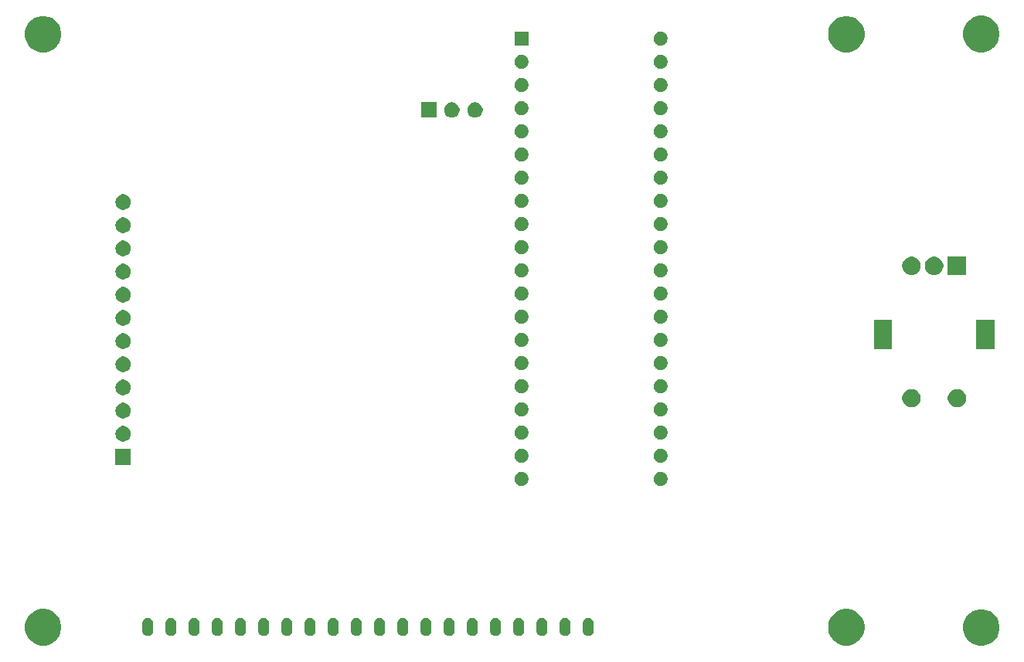
<source format=gbr>
%TF.GenerationSoftware,KiCad,Pcbnew,5.1.6*%
%TF.CreationDate,2020-07-08T21:20:25+02:00*%
%TF.ProjectId,mainboard,6d61696e-626f-4617-9264-2e6b69636164,rev?*%
%TF.SameCoordinates,Original*%
%TF.FileFunction,Soldermask,Bot*%
%TF.FilePolarity,Negative*%
%FSLAX46Y46*%
G04 Gerber Fmt 4.6, Leading zero omitted, Abs format (unit mm)*
G04 Created by KiCad (PCBNEW 5.1.6) date 2020-07-08 21:20:25*
%MOMM*%
%LPD*%
G01*
G04 APERTURE LIST*
%ADD10C,0.100000*%
G04 APERTURE END LIST*
D10*
G36*
X161983378Y-120276859D02*
G01*
X162347355Y-120427623D01*
X162674926Y-120646499D01*
X162953501Y-120925074D01*
X163172377Y-121252645D01*
X163323141Y-121616622D01*
X163400000Y-122003017D01*
X163400000Y-122396983D01*
X163323141Y-122783378D01*
X163172377Y-123147355D01*
X162953501Y-123474926D01*
X162674926Y-123753501D01*
X162347355Y-123972377D01*
X161983378Y-124123141D01*
X161596983Y-124200000D01*
X161203017Y-124200000D01*
X160816622Y-124123141D01*
X160452645Y-123972377D01*
X160125074Y-123753501D01*
X159846499Y-123474926D01*
X159627623Y-123147355D01*
X159476859Y-122783378D01*
X159400000Y-122396983D01*
X159400000Y-122003017D01*
X159476859Y-121616622D01*
X159627623Y-121252645D01*
X159846499Y-120925074D01*
X160125074Y-120646499D01*
X160452645Y-120427623D01*
X160816622Y-120276859D01*
X161203017Y-120200000D01*
X161596983Y-120200000D01*
X161983378Y-120276859D01*
G37*
G36*
X147213378Y-120246860D02*
G01*
X147577355Y-120397624D01*
X147904926Y-120616500D01*
X148183501Y-120895075D01*
X148402377Y-121222646D01*
X148553141Y-121586623D01*
X148630000Y-121973018D01*
X148630000Y-122366984D01*
X148553141Y-122753379D01*
X148402377Y-123117356D01*
X148183501Y-123444927D01*
X147904926Y-123723502D01*
X147577355Y-123942378D01*
X147213378Y-124093142D01*
X146826983Y-124170001D01*
X146433017Y-124170001D01*
X146046622Y-124093142D01*
X145682645Y-123942378D01*
X145355074Y-123723502D01*
X145076499Y-123444927D01*
X144857623Y-123117356D01*
X144706859Y-122753379D01*
X144630000Y-122366984D01*
X144630000Y-121973018D01*
X144706859Y-121586623D01*
X144857623Y-121222646D01*
X145076499Y-120895075D01*
X145355074Y-120616500D01*
X145682645Y-120397624D01*
X146046622Y-120246860D01*
X146433017Y-120170001D01*
X146826983Y-120170001D01*
X147213378Y-120246860D01*
G37*
G36*
X59213378Y-120246860D02*
G01*
X59577355Y-120397624D01*
X59904926Y-120616500D01*
X60183501Y-120895075D01*
X60402377Y-121222646D01*
X60553141Y-121586623D01*
X60630000Y-121973018D01*
X60630000Y-122366984D01*
X60553141Y-122753379D01*
X60402377Y-123117356D01*
X60183501Y-123444927D01*
X59904926Y-123723502D01*
X59577355Y-123942378D01*
X59213378Y-124093142D01*
X58826983Y-124170001D01*
X58433017Y-124170001D01*
X58046622Y-124093142D01*
X57682645Y-123942378D01*
X57355074Y-123723502D01*
X57076499Y-123444927D01*
X56857623Y-123117356D01*
X56706859Y-122753379D01*
X56630000Y-122366984D01*
X56630000Y-121973018D01*
X56706859Y-121586623D01*
X56857623Y-121222646D01*
X57076499Y-120895075D01*
X57355074Y-120616500D01*
X57682645Y-120397624D01*
X58046622Y-120246860D01*
X58433017Y-120170001D01*
X58826983Y-120170001D01*
X59213378Y-120246860D01*
G37*
G36*
X98157617Y-121138682D02*
G01*
X98157620Y-121138683D01*
X98157621Y-121138683D01*
X98270721Y-121172991D01*
X98374955Y-121228705D01*
X98466317Y-121303684D01*
X98541296Y-121395046D01*
X98597010Y-121499280D01*
X98631318Y-121612380D01*
X98631319Y-121612384D01*
X98640000Y-121700529D01*
X98640000Y-122559473D01*
X98631319Y-122647618D01*
X98631318Y-122647621D01*
X98631318Y-122647622D01*
X98597010Y-122760722D01*
X98541296Y-122864956D01*
X98466317Y-122956318D01*
X98374954Y-123031297D01*
X98270720Y-123087011D01*
X98157620Y-123121319D01*
X98157619Y-123121319D01*
X98157616Y-123121320D01*
X98040000Y-123132904D01*
X97922383Y-123121320D01*
X97922380Y-123121319D01*
X97922379Y-123121319D01*
X97809279Y-123087011D01*
X97705045Y-123031297D01*
X97613683Y-122956318D01*
X97538704Y-122864955D01*
X97482990Y-122760721D01*
X97448682Y-122647621D01*
X97448682Y-122647620D01*
X97448681Y-122647617D01*
X97440000Y-122559472D01*
X97440000Y-121700529D01*
X97448682Y-121612379D01*
X97482990Y-121499281D01*
X97508925Y-121450761D01*
X97538705Y-121395046D01*
X97613684Y-121303684D01*
X97705046Y-121228705D01*
X97809280Y-121172991D01*
X97922380Y-121138683D01*
X97922381Y-121138683D01*
X97922384Y-121138682D01*
X98040000Y-121127098D01*
X98157617Y-121138682D01*
G37*
G36*
X80377617Y-121138682D02*
G01*
X80377620Y-121138683D01*
X80377621Y-121138683D01*
X80490721Y-121172991D01*
X80594955Y-121228705D01*
X80686317Y-121303684D01*
X80761296Y-121395046D01*
X80817010Y-121499280D01*
X80851318Y-121612380D01*
X80851319Y-121612384D01*
X80860000Y-121700529D01*
X80860000Y-122559473D01*
X80851319Y-122647618D01*
X80851318Y-122647621D01*
X80851318Y-122647622D01*
X80817010Y-122760722D01*
X80761296Y-122864956D01*
X80686317Y-122956318D01*
X80594954Y-123031297D01*
X80490720Y-123087011D01*
X80377620Y-123121319D01*
X80377619Y-123121319D01*
X80377616Y-123121320D01*
X80260000Y-123132904D01*
X80142383Y-123121320D01*
X80142380Y-123121319D01*
X80142379Y-123121319D01*
X80029279Y-123087011D01*
X79925045Y-123031297D01*
X79833683Y-122956318D01*
X79758704Y-122864955D01*
X79702990Y-122760721D01*
X79668682Y-122647621D01*
X79668682Y-122647620D01*
X79668681Y-122647617D01*
X79660000Y-122559472D01*
X79660000Y-121700529D01*
X79668682Y-121612379D01*
X79702990Y-121499281D01*
X79728925Y-121450761D01*
X79758705Y-121395046D01*
X79833684Y-121303684D01*
X79925046Y-121228705D01*
X80029280Y-121172991D01*
X80142380Y-121138683D01*
X80142381Y-121138683D01*
X80142384Y-121138682D01*
X80260000Y-121127098D01*
X80377617Y-121138682D01*
G37*
G36*
X77837617Y-121138682D02*
G01*
X77837620Y-121138683D01*
X77837621Y-121138683D01*
X77950721Y-121172991D01*
X78054955Y-121228705D01*
X78146317Y-121303684D01*
X78221296Y-121395046D01*
X78277010Y-121499280D01*
X78311318Y-121612380D01*
X78311319Y-121612384D01*
X78320000Y-121700529D01*
X78320000Y-122559473D01*
X78311319Y-122647618D01*
X78311318Y-122647621D01*
X78311318Y-122647622D01*
X78277010Y-122760722D01*
X78221296Y-122864956D01*
X78146317Y-122956318D01*
X78054954Y-123031297D01*
X77950720Y-123087011D01*
X77837620Y-123121319D01*
X77837619Y-123121319D01*
X77837616Y-123121320D01*
X77720000Y-123132904D01*
X77602383Y-123121320D01*
X77602380Y-123121319D01*
X77602379Y-123121319D01*
X77489279Y-123087011D01*
X77385045Y-123031297D01*
X77293683Y-122956318D01*
X77218704Y-122864955D01*
X77162990Y-122760721D01*
X77128682Y-122647621D01*
X77128682Y-122647620D01*
X77128681Y-122647617D01*
X77120000Y-122559472D01*
X77120000Y-121700529D01*
X77128682Y-121612379D01*
X77162990Y-121499281D01*
X77188925Y-121450761D01*
X77218705Y-121395046D01*
X77293684Y-121303684D01*
X77385046Y-121228705D01*
X77489280Y-121172991D01*
X77602380Y-121138683D01*
X77602381Y-121138683D01*
X77602384Y-121138682D01*
X77720000Y-121127098D01*
X77837617Y-121138682D01*
G37*
G36*
X75297617Y-121138682D02*
G01*
X75297620Y-121138683D01*
X75297621Y-121138683D01*
X75410721Y-121172991D01*
X75514955Y-121228705D01*
X75606317Y-121303684D01*
X75681296Y-121395046D01*
X75737010Y-121499280D01*
X75771318Y-121612380D01*
X75771319Y-121612384D01*
X75780000Y-121700529D01*
X75780000Y-122559473D01*
X75771319Y-122647618D01*
X75771318Y-122647621D01*
X75771318Y-122647622D01*
X75737010Y-122760722D01*
X75681296Y-122864956D01*
X75606317Y-122956318D01*
X75514954Y-123031297D01*
X75410720Y-123087011D01*
X75297620Y-123121319D01*
X75297619Y-123121319D01*
X75297616Y-123121320D01*
X75180000Y-123132904D01*
X75062383Y-123121320D01*
X75062380Y-123121319D01*
X75062379Y-123121319D01*
X74949279Y-123087011D01*
X74845045Y-123031297D01*
X74753683Y-122956318D01*
X74678704Y-122864955D01*
X74622990Y-122760721D01*
X74588682Y-122647621D01*
X74588682Y-122647620D01*
X74588681Y-122647617D01*
X74580000Y-122559472D01*
X74580000Y-121700529D01*
X74588682Y-121612379D01*
X74622990Y-121499281D01*
X74648925Y-121450761D01*
X74678705Y-121395046D01*
X74753684Y-121303684D01*
X74845046Y-121228705D01*
X74949280Y-121172991D01*
X75062380Y-121138683D01*
X75062381Y-121138683D01*
X75062384Y-121138682D01*
X75180000Y-121127098D01*
X75297617Y-121138682D01*
G37*
G36*
X72757617Y-121138682D02*
G01*
X72757620Y-121138683D01*
X72757621Y-121138683D01*
X72870721Y-121172991D01*
X72974955Y-121228705D01*
X73066317Y-121303684D01*
X73141296Y-121395046D01*
X73197010Y-121499280D01*
X73231318Y-121612380D01*
X73231319Y-121612384D01*
X73240000Y-121700529D01*
X73240000Y-122559473D01*
X73231319Y-122647618D01*
X73231318Y-122647621D01*
X73231318Y-122647622D01*
X73197010Y-122760722D01*
X73141296Y-122864956D01*
X73066317Y-122956318D01*
X72974954Y-123031297D01*
X72870720Y-123087011D01*
X72757620Y-123121319D01*
X72757619Y-123121319D01*
X72757616Y-123121320D01*
X72640000Y-123132904D01*
X72522383Y-123121320D01*
X72522380Y-123121319D01*
X72522379Y-123121319D01*
X72409279Y-123087011D01*
X72305045Y-123031297D01*
X72213683Y-122956318D01*
X72138704Y-122864955D01*
X72082990Y-122760721D01*
X72048682Y-122647621D01*
X72048682Y-122647620D01*
X72048681Y-122647617D01*
X72040000Y-122559472D01*
X72040000Y-121700529D01*
X72048682Y-121612379D01*
X72082990Y-121499281D01*
X72108925Y-121450761D01*
X72138705Y-121395046D01*
X72213684Y-121303684D01*
X72305046Y-121228705D01*
X72409280Y-121172991D01*
X72522380Y-121138683D01*
X72522381Y-121138683D01*
X72522384Y-121138682D01*
X72640000Y-121127098D01*
X72757617Y-121138682D01*
G37*
G36*
X70217617Y-121138682D02*
G01*
X70217620Y-121138683D01*
X70217621Y-121138683D01*
X70330721Y-121172991D01*
X70434955Y-121228705D01*
X70526317Y-121303684D01*
X70601296Y-121395046D01*
X70657010Y-121499280D01*
X70691318Y-121612380D01*
X70691319Y-121612384D01*
X70700000Y-121700529D01*
X70700000Y-122559473D01*
X70691319Y-122647618D01*
X70691318Y-122647621D01*
X70691318Y-122647622D01*
X70657010Y-122760722D01*
X70601296Y-122864956D01*
X70526317Y-122956318D01*
X70434954Y-123031297D01*
X70330720Y-123087011D01*
X70217620Y-123121319D01*
X70217619Y-123121319D01*
X70217616Y-123121320D01*
X70100000Y-123132904D01*
X69982383Y-123121320D01*
X69982380Y-123121319D01*
X69982379Y-123121319D01*
X69869279Y-123087011D01*
X69765045Y-123031297D01*
X69673683Y-122956318D01*
X69598704Y-122864955D01*
X69542990Y-122760721D01*
X69508682Y-122647621D01*
X69508682Y-122647620D01*
X69508681Y-122647617D01*
X69500000Y-122559472D01*
X69500000Y-121700529D01*
X69508682Y-121612379D01*
X69542990Y-121499281D01*
X69568925Y-121450761D01*
X69598705Y-121395046D01*
X69673684Y-121303684D01*
X69765046Y-121228705D01*
X69869280Y-121172991D01*
X69982380Y-121138683D01*
X69982381Y-121138683D01*
X69982384Y-121138682D01*
X70100000Y-121127098D01*
X70217617Y-121138682D01*
G37*
G36*
X85457617Y-121138682D02*
G01*
X85457620Y-121138683D01*
X85457621Y-121138683D01*
X85570721Y-121172991D01*
X85674955Y-121228705D01*
X85766317Y-121303684D01*
X85841296Y-121395046D01*
X85897010Y-121499280D01*
X85931318Y-121612380D01*
X85931319Y-121612384D01*
X85940000Y-121700529D01*
X85940000Y-122559473D01*
X85931319Y-122647618D01*
X85931318Y-122647621D01*
X85931318Y-122647622D01*
X85897010Y-122760722D01*
X85841296Y-122864956D01*
X85766317Y-122956318D01*
X85674954Y-123031297D01*
X85570720Y-123087011D01*
X85457620Y-123121319D01*
X85457619Y-123121319D01*
X85457616Y-123121320D01*
X85340000Y-123132904D01*
X85222383Y-123121320D01*
X85222380Y-123121319D01*
X85222379Y-123121319D01*
X85109279Y-123087011D01*
X85005045Y-123031297D01*
X84913683Y-122956318D01*
X84838704Y-122864955D01*
X84782990Y-122760721D01*
X84748682Y-122647621D01*
X84748682Y-122647620D01*
X84748681Y-122647617D01*
X84740000Y-122559472D01*
X84740000Y-121700529D01*
X84748682Y-121612379D01*
X84782990Y-121499281D01*
X84808925Y-121450761D01*
X84838705Y-121395046D01*
X84913684Y-121303684D01*
X85005046Y-121228705D01*
X85109280Y-121172991D01*
X85222380Y-121138683D01*
X85222381Y-121138683D01*
X85222384Y-121138682D01*
X85340000Y-121127098D01*
X85457617Y-121138682D01*
G37*
G36*
X93077617Y-121138682D02*
G01*
X93077620Y-121138683D01*
X93077621Y-121138683D01*
X93190721Y-121172991D01*
X93294955Y-121228705D01*
X93386317Y-121303684D01*
X93461296Y-121395046D01*
X93517010Y-121499280D01*
X93551318Y-121612380D01*
X93551319Y-121612384D01*
X93560000Y-121700529D01*
X93560000Y-122559473D01*
X93551319Y-122647618D01*
X93551318Y-122647621D01*
X93551318Y-122647622D01*
X93517010Y-122760722D01*
X93461296Y-122864956D01*
X93386317Y-122956318D01*
X93294954Y-123031297D01*
X93190720Y-123087011D01*
X93077620Y-123121319D01*
X93077619Y-123121319D01*
X93077616Y-123121320D01*
X92960000Y-123132904D01*
X92842383Y-123121320D01*
X92842380Y-123121319D01*
X92842379Y-123121319D01*
X92729279Y-123087011D01*
X92625045Y-123031297D01*
X92533683Y-122956318D01*
X92458704Y-122864955D01*
X92402990Y-122760721D01*
X92368682Y-122647621D01*
X92368682Y-122647620D01*
X92368681Y-122647617D01*
X92360000Y-122559472D01*
X92360000Y-121700529D01*
X92368682Y-121612379D01*
X92402990Y-121499281D01*
X92428925Y-121450761D01*
X92458705Y-121395046D01*
X92533684Y-121303684D01*
X92625046Y-121228705D01*
X92729280Y-121172991D01*
X92842380Y-121138683D01*
X92842381Y-121138683D01*
X92842384Y-121138682D01*
X92960000Y-121127098D01*
X93077617Y-121138682D01*
G37*
G36*
X95617617Y-121138682D02*
G01*
X95617620Y-121138683D01*
X95617621Y-121138683D01*
X95730721Y-121172991D01*
X95834955Y-121228705D01*
X95926317Y-121303684D01*
X96001296Y-121395046D01*
X96057010Y-121499280D01*
X96091318Y-121612380D01*
X96091319Y-121612384D01*
X96100000Y-121700529D01*
X96100000Y-122559473D01*
X96091319Y-122647618D01*
X96091318Y-122647621D01*
X96091318Y-122647622D01*
X96057010Y-122760722D01*
X96001296Y-122864956D01*
X95926317Y-122956318D01*
X95834954Y-123031297D01*
X95730720Y-123087011D01*
X95617620Y-123121319D01*
X95617619Y-123121319D01*
X95617616Y-123121320D01*
X95500000Y-123132904D01*
X95382383Y-123121320D01*
X95382380Y-123121319D01*
X95382379Y-123121319D01*
X95269279Y-123087011D01*
X95165045Y-123031297D01*
X95073683Y-122956318D01*
X94998704Y-122864955D01*
X94942990Y-122760721D01*
X94908682Y-122647621D01*
X94908682Y-122647620D01*
X94908681Y-122647617D01*
X94900000Y-122559472D01*
X94900000Y-121700529D01*
X94908682Y-121612379D01*
X94942990Y-121499281D01*
X94968925Y-121450761D01*
X94998705Y-121395046D01*
X95073684Y-121303684D01*
X95165046Y-121228705D01*
X95269280Y-121172991D01*
X95382380Y-121138683D01*
X95382381Y-121138683D01*
X95382384Y-121138682D01*
X95500000Y-121127098D01*
X95617617Y-121138682D01*
G37*
G36*
X87997617Y-121138682D02*
G01*
X87997620Y-121138683D01*
X87997621Y-121138683D01*
X88110721Y-121172991D01*
X88214955Y-121228705D01*
X88306317Y-121303684D01*
X88381296Y-121395046D01*
X88437010Y-121499280D01*
X88471318Y-121612380D01*
X88471319Y-121612384D01*
X88480000Y-121700529D01*
X88480000Y-122559473D01*
X88471319Y-122647618D01*
X88471318Y-122647621D01*
X88471318Y-122647622D01*
X88437010Y-122760722D01*
X88381296Y-122864956D01*
X88306317Y-122956318D01*
X88214954Y-123031297D01*
X88110720Y-123087011D01*
X87997620Y-123121319D01*
X87997619Y-123121319D01*
X87997616Y-123121320D01*
X87880000Y-123132904D01*
X87762383Y-123121320D01*
X87762380Y-123121319D01*
X87762379Y-123121319D01*
X87649279Y-123087011D01*
X87545045Y-123031297D01*
X87453683Y-122956318D01*
X87378704Y-122864955D01*
X87322990Y-122760721D01*
X87288682Y-122647621D01*
X87288682Y-122647620D01*
X87288681Y-122647617D01*
X87280000Y-122559472D01*
X87280000Y-121700529D01*
X87288682Y-121612379D01*
X87322990Y-121499281D01*
X87348925Y-121450761D01*
X87378705Y-121395046D01*
X87453684Y-121303684D01*
X87545046Y-121228705D01*
X87649280Y-121172991D01*
X87762380Y-121138683D01*
X87762381Y-121138683D01*
X87762384Y-121138682D01*
X87880000Y-121127098D01*
X87997617Y-121138682D01*
G37*
G36*
X100697617Y-121138682D02*
G01*
X100697620Y-121138683D01*
X100697621Y-121138683D01*
X100810721Y-121172991D01*
X100914955Y-121228705D01*
X101006317Y-121303684D01*
X101081296Y-121395046D01*
X101137010Y-121499280D01*
X101171318Y-121612380D01*
X101171319Y-121612384D01*
X101180000Y-121700529D01*
X101180000Y-122559473D01*
X101171319Y-122647618D01*
X101171318Y-122647621D01*
X101171318Y-122647622D01*
X101137010Y-122760722D01*
X101081296Y-122864956D01*
X101006317Y-122956318D01*
X100914954Y-123031297D01*
X100810720Y-123087011D01*
X100697620Y-123121319D01*
X100697619Y-123121319D01*
X100697616Y-123121320D01*
X100580000Y-123132904D01*
X100462383Y-123121320D01*
X100462380Y-123121319D01*
X100462379Y-123121319D01*
X100349279Y-123087011D01*
X100245045Y-123031297D01*
X100153683Y-122956318D01*
X100078704Y-122864955D01*
X100022990Y-122760721D01*
X99988682Y-122647621D01*
X99988682Y-122647620D01*
X99988681Y-122647617D01*
X99980000Y-122559472D01*
X99980000Y-121700529D01*
X99988682Y-121612379D01*
X100022990Y-121499281D01*
X100048925Y-121450761D01*
X100078705Y-121395046D01*
X100153684Y-121303684D01*
X100245046Y-121228705D01*
X100349280Y-121172991D01*
X100462380Y-121138683D01*
X100462381Y-121138683D01*
X100462384Y-121138682D01*
X100580000Y-121127098D01*
X100697617Y-121138682D01*
G37*
G36*
X103237617Y-121138682D02*
G01*
X103237620Y-121138683D01*
X103237621Y-121138683D01*
X103350721Y-121172991D01*
X103454955Y-121228705D01*
X103546317Y-121303684D01*
X103621296Y-121395046D01*
X103677010Y-121499280D01*
X103711318Y-121612380D01*
X103711319Y-121612384D01*
X103720000Y-121700529D01*
X103720000Y-122559473D01*
X103711319Y-122647618D01*
X103711318Y-122647621D01*
X103711318Y-122647622D01*
X103677010Y-122760722D01*
X103621296Y-122864956D01*
X103546317Y-122956318D01*
X103454954Y-123031297D01*
X103350720Y-123087011D01*
X103237620Y-123121319D01*
X103237619Y-123121319D01*
X103237616Y-123121320D01*
X103120000Y-123132904D01*
X103002383Y-123121320D01*
X103002380Y-123121319D01*
X103002379Y-123121319D01*
X102889279Y-123087011D01*
X102785045Y-123031297D01*
X102693683Y-122956318D01*
X102618704Y-122864955D01*
X102562990Y-122760721D01*
X102528682Y-122647621D01*
X102528682Y-122647620D01*
X102528681Y-122647617D01*
X102520000Y-122559472D01*
X102520000Y-121700529D01*
X102528682Y-121612379D01*
X102562990Y-121499281D01*
X102588925Y-121450761D01*
X102618705Y-121395046D01*
X102693684Y-121303684D01*
X102785046Y-121228705D01*
X102889280Y-121172991D01*
X103002380Y-121138683D01*
X103002381Y-121138683D01*
X103002384Y-121138682D01*
X103120000Y-121127098D01*
X103237617Y-121138682D01*
G37*
G36*
X105777617Y-121138682D02*
G01*
X105777620Y-121138683D01*
X105777621Y-121138683D01*
X105890721Y-121172991D01*
X105994955Y-121228705D01*
X106086317Y-121303684D01*
X106161296Y-121395046D01*
X106217010Y-121499280D01*
X106251318Y-121612380D01*
X106251319Y-121612384D01*
X106260000Y-121700529D01*
X106260000Y-122559473D01*
X106251319Y-122647618D01*
X106251318Y-122647621D01*
X106251318Y-122647622D01*
X106217010Y-122760722D01*
X106161296Y-122864956D01*
X106086317Y-122956318D01*
X105994954Y-123031297D01*
X105890720Y-123087011D01*
X105777620Y-123121319D01*
X105777619Y-123121319D01*
X105777616Y-123121320D01*
X105660000Y-123132904D01*
X105542383Y-123121320D01*
X105542380Y-123121319D01*
X105542379Y-123121319D01*
X105429279Y-123087011D01*
X105325045Y-123031297D01*
X105233683Y-122956318D01*
X105158704Y-122864955D01*
X105102990Y-122760721D01*
X105068682Y-122647621D01*
X105068682Y-122647620D01*
X105068681Y-122647617D01*
X105060000Y-122559472D01*
X105060000Y-121700529D01*
X105068682Y-121612379D01*
X105102990Y-121499281D01*
X105128925Y-121450761D01*
X105158705Y-121395046D01*
X105233684Y-121303684D01*
X105325046Y-121228705D01*
X105429280Y-121172991D01*
X105542380Y-121138683D01*
X105542381Y-121138683D01*
X105542384Y-121138682D01*
X105660000Y-121127098D01*
X105777617Y-121138682D01*
G37*
G36*
X108317617Y-121138682D02*
G01*
X108317620Y-121138683D01*
X108317621Y-121138683D01*
X108430721Y-121172991D01*
X108534955Y-121228705D01*
X108626317Y-121303684D01*
X108701296Y-121395046D01*
X108757010Y-121499280D01*
X108791318Y-121612380D01*
X108791319Y-121612384D01*
X108800000Y-121700529D01*
X108800000Y-122559473D01*
X108791319Y-122647618D01*
X108791318Y-122647621D01*
X108791318Y-122647622D01*
X108757010Y-122760722D01*
X108701296Y-122864956D01*
X108626317Y-122956318D01*
X108534954Y-123031297D01*
X108430720Y-123087011D01*
X108317620Y-123121319D01*
X108317619Y-123121319D01*
X108317616Y-123121320D01*
X108200000Y-123132904D01*
X108082383Y-123121320D01*
X108082380Y-123121319D01*
X108082379Y-123121319D01*
X107969279Y-123087011D01*
X107865045Y-123031297D01*
X107773683Y-122956318D01*
X107698704Y-122864955D01*
X107642990Y-122760721D01*
X107608682Y-122647621D01*
X107608682Y-122647620D01*
X107608681Y-122647617D01*
X107600000Y-122559472D01*
X107600000Y-121700529D01*
X107608682Y-121612379D01*
X107642990Y-121499281D01*
X107668925Y-121450761D01*
X107698705Y-121395046D01*
X107773684Y-121303684D01*
X107865046Y-121228705D01*
X107969280Y-121172991D01*
X108082380Y-121138683D01*
X108082381Y-121138683D01*
X108082384Y-121138682D01*
X108200000Y-121127098D01*
X108317617Y-121138682D01*
G37*
G36*
X110857617Y-121138682D02*
G01*
X110857620Y-121138683D01*
X110857621Y-121138683D01*
X110970721Y-121172991D01*
X111074955Y-121228705D01*
X111166317Y-121303684D01*
X111241296Y-121395046D01*
X111297010Y-121499280D01*
X111331318Y-121612380D01*
X111331319Y-121612384D01*
X111340000Y-121700529D01*
X111340000Y-122559473D01*
X111331319Y-122647618D01*
X111331318Y-122647621D01*
X111331318Y-122647622D01*
X111297010Y-122760722D01*
X111241296Y-122864956D01*
X111166317Y-122956318D01*
X111074954Y-123031297D01*
X110970720Y-123087011D01*
X110857620Y-123121319D01*
X110857619Y-123121319D01*
X110857616Y-123121320D01*
X110740000Y-123132904D01*
X110622383Y-123121320D01*
X110622380Y-123121319D01*
X110622379Y-123121319D01*
X110509279Y-123087011D01*
X110405045Y-123031297D01*
X110313683Y-122956318D01*
X110238704Y-122864955D01*
X110182990Y-122760721D01*
X110148682Y-122647621D01*
X110148682Y-122647620D01*
X110148681Y-122647617D01*
X110140000Y-122559472D01*
X110140000Y-121700529D01*
X110148682Y-121612379D01*
X110182990Y-121499281D01*
X110208925Y-121450761D01*
X110238705Y-121395046D01*
X110313684Y-121303684D01*
X110405046Y-121228705D01*
X110509280Y-121172991D01*
X110622380Y-121138683D01*
X110622381Y-121138683D01*
X110622384Y-121138682D01*
X110740000Y-121127098D01*
X110857617Y-121138682D01*
G37*
G36*
X113397617Y-121138682D02*
G01*
X113397620Y-121138683D01*
X113397621Y-121138683D01*
X113510721Y-121172991D01*
X113614955Y-121228705D01*
X113706317Y-121303684D01*
X113781296Y-121395046D01*
X113837010Y-121499280D01*
X113871318Y-121612380D01*
X113871319Y-121612384D01*
X113880000Y-121700529D01*
X113880000Y-122559473D01*
X113871319Y-122647618D01*
X113871318Y-122647621D01*
X113871318Y-122647622D01*
X113837010Y-122760722D01*
X113781296Y-122864956D01*
X113706317Y-122956318D01*
X113614954Y-123031297D01*
X113510720Y-123087011D01*
X113397620Y-123121319D01*
X113397619Y-123121319D01*
X113397616Y-123121320D01*
X113280000Y-123132904D01*
X113162383Y-123121320D01*
X113162380Y-123121319D01*
X113162379Y-123121319D01*
X113049279Y-123087011D01*
X112945045Y-123031297D01*
X112853683Y-122956318D01*
X112778704Y-122864955D01*
X112722990Y-122760721D01*
X112688682Y-122647621D01*
X112688682Y-122647620D01*
X112688681Y-122647617D01*
X112680000Y-122559472D01*
X112680000Y-121700529D01*
X112688682Y-121612379D01*
X112722990Y-121499281D01*
X112748925Y-121450761D01*
X112778705Y-121395046D01*
X112853684Y-121303684D01*
X112945046Y-121228705D01*
X113049280Y-121172991D01*
X113162380Y-121138683D01*
X113162381Y-121138683D01*
X113162384Y-121138682D01*
X113280000Y-121127098D01*
X113397617Y-121138682D01*
G37*
G36*
X115937617Y-121138682D02*
G01*
X115937620Y-121138683D01*
X115937621Y-121138683D01*
X116050721Y-121172991D01*
X116154955Y-121228705D01*
X116246317Y-121303684D01*
X116321296Y-121395046D01*
X116377010Y-121499280D01*
X116411318Y-121612380D01*
X116411319Y-121612384D01*
X116420000Y-121700529D01*
X116420000Y-122559473D01*
X116411319Y-122647618D01*
X116411318Y-122647621D01*
X116411318Y-122647622D01*
X116377010Y-122760722D01*
X116321296Y-122864956D01*
X116246317Y-122956318D01*
X116154954Y-123031297D01*
X116050720Y-123087011D01*
X115937620Y-123121319D01*
X115937619Y-123121319D01*
X115937616Y-123121320D01*
X115820000Y-123132904D01*
X115702383Y-123121320D01*
X115702380Y-123121319D01*
X115702379Y-123121319D01*
X115589279Y-123087011D01*
X115485045Y-123031297D01*
X115393683Y-122956318D01*
X115318704Y-122864955D01*
X115262990Y-122760721D01*
X115228682Y-122647621D01*
X115228682Y-122647620D01*
X115228681Y-122647617D01*
X115220000Y-122559472D01*
X115220000Y-121700529D01*
X115228682Y-121612379D01*
X115262990Y-121499281D01*
X115288925Y-121450761D01*
X115318705Y-121395046D01*
X115393684Y-121303684D01*
X115485046Y-121228705D01*
X115589280Y-121172991D01*
X115702380Y-121138683D01*
X115702381Y-121138683D01*
X115702384Y-121138682D01*
X115820000Y-121127098D01*
X115937617Y-121138682D01*
G37*
G36*
X118477617Y-121138682D02*
G01*
X118477620Y-121138683D01*
X118477621Y-121138683D01*
X118590721Y-121172991D01*
X118694955Y-121228705D01*
X118786317Y-121303684D01*
X118861296Y-121395046D01*
X118917010Y-121499280D01*
X118951318Y-121612380D01*
X118951319Y-121612384D01*
X118960000Y-121700529D01*
X118960000Y-122559473D01*
X118951319Y-122647618D01*
X118951318Y-122647621D01*
X118951318Y-122647622D01*
X118917010Y-122760722D01*
X118861296Y-122864956D01*
X118786317Y-122956318D01*
X118694954Y-123031297D01*
X118590720Y-123087011D01*
X118477620Y-123121319D01*
X118477619Y-123121319D01*
X118477616Y-123121320D01*
X118360000Y-123132904D01*
X118242383Y-123121320D01*
X118242380Y-123121319D01*
X118242379Y-123121319D01*
X118129279Y-123087011D01*
X118025045Y-123031297D01*
X117933683Y-122956318D01*
X117858704Y-122864955D01*
X117802990Y-122760721D01*
X117768682Y-122647621D01*
X117768682Y-122647620D01*
X117768681Y-122647617D01*
X117760000Y-122559472D01*
X117760000Y-121700529D01*
X117768682Y-121612379D01*
X117802990Y-121499281D01*
X117828925Y-121450761D01*
X117858705Y-121395046D01*
X117933684Y-121303684D01*
X118025046Y-121228705D01*
X118129280Y-121172991D01*
X118242380Y-121138683D01*
X118242381Y-121138683D01*
X118242384Y-121138682D01*
X118360000Y-121127098D01*
X118477617Y-121138682D01*
G37*
G36*
X90537617Y-121138682D02*
G01*
X90537620Y-121138683D01*
X90537621Y-121138683D01*
X90650721Y-121172991D01*
X90754955Y-121228705D01*
X90846317Y-121303684D01*
X90921296Y-121395046D01*
X90977010Y-121499280D01*
X91011318Y-121612380D01*
X91011319Y-121612384D01*
X91020000Y-121700529D01*
X91020000Y-122559473D01*
X91011319Y-122647618D01*
X91011318Y-122647621D01*
X91011318Y-122647622D01*
X90977010Y-122760722D01*
X90921296Y-122864956D01*
X90846317Y-122956318D01*
X90754954Y-123031297D01*
X90650720Y-123087011D01*
X90537620Y-123121319D01*
X90537619Y-123121319D01*
X90537616Y-123121320D01*
X90420000Y-123132904D01*
X90302383Y-123121320D01*
X90302380Y-123121319D01*
X90302379Y-123121319D01*
X90189279Y-123087011D01*
X90085045Y-123031297D01*
X89993683Y-122956318D01*
X89918704Y-122864955D01*
X89862990Y-122760721D01*
X89828682Y-122647621D01*
X89828682Y-122647620D01*
X89828681Y-122647617D01*
X89820000Y-122559472D01*
X89820000Y-121700529D01*
X89828682Y-121612379D01*
X89862990Y-121499281D01*
X89888925Y-121450761D01*
X89918705Y-121395046D01*
X89993684Y-121303684D01*
X90085046Y-121228705D01*
X90189280Y-121172991D01*
X90302380Y-121138683D01*
X90302381Y-121138683D01*
X90302384Y-121138682D01*
X90420000Y-121127098D01*
X90537617Y-121138682D01*
G37*
G36*
X82917617Y-121138682D02*
G01*
X82917620Y-121138683D01*
X82917621Y-121138683D01*
X83030721Y-121172991D01*
X83134955Y-121228705D01*
X83226317Y-121303684D01*
X83301296Y-121395046D01*
X83357010Y-121499280D01*
X83391318Y-121612380D01*
X83391319Y-121612384D01*
X83400000Y-121700529D01*
X83400000Y-122559473D01*
X83391319Y-122647618D01*
X83391318Y-122647621D01*
X83391318Y-122647622D01*
X83357010Y-122760722D01*
X83301296Y-122864956D01*
X83226317Y-122956318D01*
X83134954Y-123031297D01*
X83030720Y-123087011D01*
X82917620Y-123121319D01*
X82917619Y-123121319D01*
X82917616Y-123121320D01*
X82800000Y-123132904D01*
X82682383Y-123121320D01*
X82682380Y-123121319D01*
X82682379Y-123121319D01*
X82569279Y-123087011D01*
X82465045Y-123031297D01*
X82373683Y-122956318D01*
X82298704Y-122864955D01*
X82242990Y-122760721D01*
X82208682Y-122647621D01*
X82208682Y-122647620D01*
X82208681Y-122647617D01*
X82200000Y-122559472D01*
X82200000Y-121700529D01*
X82208682Y-121612379D01*
X82242990Y-121499281D01*
X82268925Y-121450761D01*
X82298705Y-121395046D01*
X82373684Y-121303684D01*
X82465046Y-121228705D01*
X82569280Y-121172991D01*
X82682380Y-121138683D01*
X82682381Y-121138683D01*
X82682384Y-121138682D01*
X82800000Y-121127098D01*
X82917617Y-121138682D01*
G37*
G36*
X111144122Y-105157761D02*
G01*
X111242267Y-105177283D01*
X111380942Y-105234724D01*
X111380944Y-105234725D01*
X111443344Y-105276420D01*
X111505747Y-105318116D01*
X111611884Y-105424253D01*
X111695276Y-105549058D01*
X111752717Y-105687733D01*
X111782000Y-105834950D01*
X111782000Y-105985050D01*
X111752717Y-106132267D01*
X111695276Y-106270942D01*
X111611884Y-106395747D01*
X111505747Y-106501884D01*
X111443345Y-106543580D01*
X111380944Y-106585275D01*
X111380943Y-106585276D01*
X111380942Y-106585276D01*
X111242267Y-106642717D01*
X111144122Y-106662239D01*
X111095051Y-106672000D01*
X110944949Y-106672000D01*
X110895878Y-106662239D01*
X110797733Y-106642717D01*
X110659058Y-106585276D01*
X110659057Y-106585276D01*
X110659056Y-106585275D01*
X110596655Y-106543580D01*
X110534253Y-106501884D01*
X110428116Y-106395747D01*
X110344724Y-106270942D01*
X110287283Y-106132267D01*
X110258000Y-105985050D01*
X110258000Y-105834950D01*
X110287283Y-105687733D01*
X110344724Y-105549058D01*
X110428116Y-105424253D01*
X110534253Y-105318116D01*
X110596656Y-105276420D01*
X110659056Y-105234725D01*
X110659058Y-105234724D01*
X110797733Y-105177283D01*
X110895878Y-105157761D01*
X110944949Y-105148000D01*
X111095051Y-105148000D01*
X111144122Y-105157761D01*
G37*
G36*
X126384122Y-105157761D02*
G01*
X126482267Y-105177283D01*
X126620942Y-105234724D01*
X126620944Y-105234725D01*
X126683344Y-105276420D01*
X126745747Y-105318116D01*
X126851884Y-105424253D01*
X126935276Y-105549058D01*
X126992717Y-105687733D01*
X127022000Y-105834950D01*
X127022000Y-105985050D01*
X126992717Y-106132267D01*
X126935276Y-106270942D01*
X126851884Y-106395747D01*
X126745747Y-106501884D01*
X126683345Y-106543580D01*
X126620944Y-106585275D01*
X126620943Y-106585276D01*
X126620942Y-106585276D01*
X126482267Y-106642717D01*
X126384122Y-106662239D01*
X126335051Y-106672000D01*
X126184949Y-106672000D01*
X126135878Y-106662239D01*
X126037733Y-106642717D01*
X125899058Y-106585276D01*
X125899057Y-106585276D01*
X125899056Y-106585275D01*
X125836655Y-106543580D01*
X125774253Y-106501884D01*
X125668116Y-106395747D01*
X125584724Y-106270942D01*
X125527283Y-106132267D01*
X125498000Y-105985050D01*
X125498000Y-105834950D01*
X125527283Y-105687733D01*
X125584724Y-105549058D01*
X125668116Y-105424253D01*
X125774253Y-105318116D01*
X125836655Y-105276420D01*
X125899056Y-105234725D01*
X125899058Y-105234724D01*
X126037733Y-105177283D01*
X126135878Y-105157761D01*
X126184949Y-105148000D01*
X126335051Y-105148000D01*
X126384122Y-105157761D01*
G37*
G36*
X68250000Y-104350000D02*
G01*
X66550000Y-104350000D01*
X66550000Y-102650000D01*
X68250000Y-102650000D01*
X68250000Y-104350000D01*
G37*
G36*
X126384122Y-102617761D02*
G01*
X126482267Y-102637283D01*
X126620942Y-102694724D01*
X126620944Y-102694725D01*
X126683345Y-102736420D01*
X126745747Y-102778116D01*
X126851884Y-102884253D01*
X126935276Y-103009058D01*
X126992717Y-103147733D01*
X127022000Y-103294950D01*
X127022000Y-103445050D01*
X126992717Y-103592267D01*
X126935276Y-103730942D01*
X126851884Y-103855747D01*
X126745747Y-103961884D01*
X126683345Y-104003580D01*
X126620944Y-104045275D01*
X126620943Y-104045276D01*
X126620942Y-104045276D01*
X126482267Y-104102717D01*
X126384122Y-104122239D01*
X126335051Y-104132000D01*
X126184949Y-104132000D01*
X126135878Y-104122239D01*
X126037733Y-104102717D01*
X125899058Y-104045276D01*
X125899057Y-104045276D01*
X125899056Y-104045275D01*
X125836655Y-104003580D01*
X125774253Y-103961884D01*
X125668116Y-103855747D01*
X125584724Y-103730942D01*
X125527283Y-103592267D01*
X125498000Y-103445050D01*
X125498000Y-103294950D01*
X125527283Y-103147733D01*
X125584724Y-103009058D01*
X125668116Y-102884253D01*
X125774253Y-102778116D01*
X125836655Y-102736420D01*
X125899056Y-102694725D01*
X125899058Y-102694724D01*
X126037733Y-102637283D01*
X126135878Y-102617761D01*
X126184949Y-102608000D01*
X126335051Y-102608000D01*
X126384122Y-102617761D01*
G37*
G36*
X111144122Y-102617761D02*
G01*
X111242267Y-102637283D01*
X111380942Y-102694724D01*
X111380944Y-102694725D01*
X111443345Y-102736420D01*
X111505747Y-102778116D01*
X111611884Y-102884253D01*
X111695276Y-103009058D01*
X111752717Y-103147733D01*
X111782000Y-103294950D01*
X111782000Y-103445050D01*
X111752717Y-103592267D01*
X111695276Y-103730942D01*
X111611884Y-103855747D01*
X111505747Y-103961884D01*
X111443345Y-104003580D01*
X111380944Y-104045275D01*
X111380943Y-104045276D01*
X111380942Y-104045276D01*
X111242267Y-104102717D01*
X111144122Y-104122239D01*
X111095051Y-104132000D01*
X110944949Y-104132000D01*
X110895878Y-104122239D01*
X110797733Y-104102717D01*
X110659058Y-104045276D01*
X110659057Y-104045276D01*
X110659056Y-104045275D01*
X110596655Y-104003580D01*
X110534253Y-103961884D01*
X110428116Y-103855747D01*
X110344724Y-103730942D01*
X110287283Y-103592267D01*
X110258000Y-103445050D01*
X110258000Y-103294950D01*
X110287283Y-103147733D01*
X110344724Y-103009058D01*
X110428116Y-102884253D01*
X110534253Y-102778116D01*
X110596655Y-102736420D01*
X110659056Y-102694725D01*
X110659058Y-102694724D01*
X110797733Y-102637283D01*
X110895878Y-102617761D01*
X110944949Y-102608000D01*
X111095051Y-102608000D01*
X111144122Y-102617761D01*
G37*
G36*
X67647936Y-100142665D02*
G01*
X67802626Y-100206739D01*
X67849584Y-100238116D01*
X67941844Y-100299762D01*
X68060238Y-100418156D01*
X68094248Y-100469056D01*
X68153261Y-100557374D01*
X68217335Y-100712064D01*
X68250000Y-100876282D01*
X68250000Y-101043718D01*
X68217335Y-101207936D01*
X68153261Y-101362626D01*
X68113665Y-101421884D01*
X68060238Y-101501844D01*
X67941844Y-101620238D01*
X67872076Y-101666855D01*
X67802626Y-101713261D01*
X67647936Y-101777335D01*
X67483718Y-101810000D01*
X67316282Y-101810000D01*
X67152064Y-101777335D01*
X66997374Y-101713261D01*
X66927924Y-101666855D01*
X66858156Y-101620238D01*
X66739762Y-101501844D01*
X66686335Y-101421884D01*
X66646739Y-101362626D01*
X66582665Y-101207936D01*
X66550000Y-101043718D01*
X66550000Y-100876282D01*
X66582665Y-100712064D01*
X66646739Y-100557374D01*
X66705752Y-100469056D01*
X66739762Y-100418156D01*
X66858156Y-100299762D01*
X66950416Y-100238116D01*
X66997374Y-100206739D01*
X67152064Y-100142665D01*
X67316282Y-100110000D01*
X67483718Y-100110000D01*
X67647936Y-100142665D01*
G37*
G36*
X111144122Y-100077761D02*
G01*
X111242267Y-100097283D01*
X111380942Y-100154724D01*
X111380944Y-100154725D01*
X111443345Y-100196420D01*
X111505747Y-100238116D01*
X111611884Y-100344253D01*
X111695276Y-100469058D01*
X111752717Y-100607733D01*
X111782000Y-100754950D01*
X111782000Y-100905050D01*
X111752717Y-101052267D01*
X111695276Y-101190942D01*
X111611884Y-101315747D01*
X111505747Y-101421884D01*
X111443345Y-101463580D01*
X111380944Y-101505275D01*
X111380943Y-101505276D01*
X111380942Y-101505276D01*
X111242267Y-101562717D01*
X111144122Y-101582239D01*
X111095051Y-101592000D01*
X110944949Y-101592000D01*
X110895878Y-101582239D01*
X110797733Y-101562717D01*
X110659058Y-101505276D01*
X110659057Y-101505276D01*
X110659056Y-101505275D01*
X110596655Y-101463580D01*
X110534253Y-101421884D01*
X110428116Y-101315747D01*
X110344724Y-101190942D01*
X110287283Y-101052267D01*
X110258000Y-100905050D01*
X110258000Y-100754950D01*
X110287283Y-100607733D01*
X110344724Y-100469058D01*
X110428116Y-100344253D01*
X110534253Y-100238116D01*
X110596655Y-100196420D01*
X110659056Y-100154725D01*
X110659058Y-100154724D01*
X110797733Y-100097283D01*
X110895878Y-100077761D01*
X110944949Y-100068000D01*
X111095051Y-100068000D01*
X111144122Y-100077761D01*
G37*
G36*
X126384122Y-100077761D02*
G01*
X126482267Y-100097283D01*
X126620942Y-100154724D01*
X126620944Y-100154725D01*
X126683345Y-100196420D01*
X126745747Y-100238116D01*
X126851884Y-100344253D01*
X126935276Y-100469058D01*
X126992717Y-100607733D01*
X127022000Y-100754950D01*
X127022000Y-100905050D01*
X126992717Y-101052267D01*
X126935276Y-101190942D01*
X126851884Y-101315747D01*
X126745747Y-101421884D01*
X126683344Y-101463580D01*
X126620944Y-101505275D01*
X126620943Y-101505276D01*
X126620942Y-101505276D01*
X126482267Y-101562717D01*
X126384122Y-101582239D01*
X126335051Y-101592000D01*
X126184949Y-101592000D01*
X126135878Y-101582239D01*
X126037733Y-101562717D01*
X125899058Y-101505276D01*
X125899057Y-101505276D01*
X125899056Y-101505275D01*
X125836655Y-101463580D01*
X125774253Y-101421884D01*
X125668116Y-101315747D01*
X125584724Y-101190942D01*
X125527283Y-101052267D01*
X125498000Y-100905050D01*
X125498000Y-100754950D01*
X125527283Y-100607733D01*
X125584724Y-100469058D01*
X125668116Y-100344253D01*
X125774253Y-100238116D01*
X125836656Y-100196420D01*
X125899056Y-100154725D01*
X125899058Y-100154724D01*
X126037733Y-100097283D01*
X126135878Y-100077761D01*
X126184949Y-100068000D01*
X126335051Y-100068000D01*
X126384122Y-100077761D01*
G37*
G36*
X67647936Y-97602665D02*
G01*
X67802626Y-97666739D01*
X67849584Y-97698116D01*
X67941844Y-97759762D01*
X68060238Y-97878156D01*
X68099014Y-97936189D01*
X68153261Y-98017374D01*
X68217335Y-98172064D01*
X68250000Y-98336282D01*
X68250000Y-98503718D01*
X68217335Y-98667936D01*
X68153261Y-98822626D01*
X68113665Y-98881884D01*
X68060238Y-98961844D01*
X67941844Y-99080238D01*
X67872076Y-99126855D01*
X67802626Y-99173261D01*
X67647936Y-99237335D01*
X67483718Y-99270000D01*
X67316282Y-99270000D01*
X67152064Y-99237335D01*
X66997374Y-99173261D01*
X66927924Y-99126855D01*
X66858156Y-99080238D01*
X66739762Y-98961844D01*
X66686335Y-98881884D01*
X66646739Y-98822626D01*
X66582665Y-98667936D01*
X66550000Y-98503718D01*
X66550000Y-98336282D01*
X66582665Y-98172064D01*
X66646739Y-98017374D01*
X66700986Y-97936189D01*
X66739762Y-97878156D01*
X66858156Y-97759762D01*
X66950416Y-97698116D01*
X66997374Y-97666739D01*
X67152064Y-97602665D01*
X67316282Y-97570000D01*
X67483718Y-97570000D01*
X67647936Y-97602665D01*
G37*
G36*
X111144122Y-97537761D02*
G01*
X111242267Y-97557283D01*
X111380942Y-97614724D01*
X111380944Y-97614725D01*
X111443345Y-97656420D01*
X111505747Y-97698116D01*
X111611884Y-97804253D01*
X111695276Y-97929058D01*
X111752717Y-98067733D01*
X111782000Y-98214950D01*
X111782000Y-98365050D01*
X111752717Y-98512267D01*
X111695276Y-98650942D01*
X111611884Y-98775747D01*
X111505747Y-98881884D01*
X111443344Y-98923580D01*
X111380944Y-98965275D01*
X111380943Y-98965276D01*
X111380942Y-98965276D01*
X111242267Y-99022717D01*
X111144122Y-99042239D01*
X111095051Y-99052000D01*
X110944949Y-99052000D01*
X110895878Y-99042239D01*
X110797733Y-99022717D01*
X110659058Y-98965276D01*
X110659057Y-98965276D01*
X110659056Y-98965275D01*
X110596656Y-98923580D01*
X110534253Y-98881884D01*
X110428116Y-98775747D01*
X110344724Y-98650942D01*
X110287283Y-98512267D01*
X110258000Y-98365050D01*
X110258000Y-98214950D01*
X110287283Y-98067733D01*
X110344724Y-97929058D01*
X110428116Y-97804253D01*
X110534253Y-97698116D01*
X110596655Y-97656420D01*
X110659056Y-97614725D01*
X110659058Y-97614724D01*
X110797733Y-97557283D01*
X110895878Y-97537761D01*
X110944949Y-97528000D01*
X111095051Y-97528000D01*
X111144122Y-97537761D01*
G37*
G36*
X126384122Y-97537761D02*
G01*
X126482267Y-97557283D01*
X126620942Y-97614724D01*
X126620944Y-97614725D01*
X126683345Y-97656420D01*
X126745747Y-97698116D01*
X126851884Y-97804253D01*
X126935276Y-97929058D01*
X126992717Y-98067733D01*
X127022000Y-98214950D01*
X127022000Y-98365050D01*
X126992717Y-98512267D01*
X126935276Y-98650942D01*
X126851884Y-98775747D01*
X126745747Y-98881884D01*
X126683344Y-98923580D01*
X126620944Y-98965275D01*
X126620943Y-98965276D01*
X126620942Y-98965276D01*
X126482267Y-99022717D01*
X126384122Y-99042239D01*
X126335051Y-99052000D01*
X126184949Y-99052000D01*
X126135878Y-99042239D01*
X126037733Y-99022717D01*
X125899058Y-98965276D01*
X125899057Y-98965276D01*
X125899056Y-98965275D01*
X125836656Y-98923580D01*
X125774253Y-98881884D01*
X125668116Y-98775747D01*
X125584724Y-98650942D01*
X125527283Y-98512267D01*
X125498000Y-98365050D01*
X125498000Y-98214950D01*
X125527283Y-98067733D01*
X125584724Y-97929058D01*
X125668116Y-97804253D01*
X125774253Y-97698116D01*
X125836655Y-97656420D01*
X125899056Y-97614725D01*
X125899058Y-97614724D01*
X126037733Y-97557283D01*
X126135878Y-97537761D01*
X126184949Y-97528000D01*
X126335051Y-97528000D01*
X126384122Y-97537761D01*
G37*
G36*
X158945090Y-96069214D02*
G01*
X159041689Y-96088429D01*
X159223678Y-96163811D01*
X159387463Y-96273249D01*
X159526751Y-96412537D01*
X159636189Y-96576322D01*
X159711571Y-96758311D01*
X159750000Y-96951509D01*
X159750000Y-97148491D01*
X159711571Y-97341689D01*
X159636189Y-97523678D01*
X159526751Y-97687463D01*
X159387463Y-97826751D01*
X159223678Y-97936189D01*
X159041689Y-98011571D01*
X158945090Y-98030785D01*
X158848493Y-98050000D01*
X158651507Y-98050000D01*
X158554910Y-98030785D01*
X158458311Y-98011571D01*
X158276322Y-97936189D01*
X158112537Y-97826751D01*
X157973249Y-97687463D01*
X157863811Y-97523678D01*
X157788429Y-97341689D01*
X157750000Y-97148491D01*
X157750000Y-96951509D01*
X157788429Y-96758311D01*
X157863811Y-96576322D01*
X157973249Y-96412537D01*
X158112537Y-96273249D01*
X158276322Y-96163811D01*
X158458311Y-96088429D01*
X158554910Y-96069214D01*
X158651507Y-96050000D01*
X158848493Y-96050000D01*
X158945090Y-96069214D01*
G37*
G36*
X153945090Y-96069214D02*
G01*
X154041689Y-96088429D01*
X154223678Y-96163811D01*
X154387463Y-96273249D01*
X154526751Y-96412537D01*
X154636189Y-96576322D01*
X154711571Y-96758311D01*
X154750000Y-96951509D01*
X154750000Y-97148491D01*
X154711571Y-97341689D01*
X154636189Y-97523678D01*
X154526751Y-97687463D01*
X154387463Y-97826751D01*
X154223678Y-97936189D01*
X154041689Y-98011571D01*
X153945090Y-98030785D01*
X153848493Y-98050000D01*
X153651507Y-98050000D01*
X153554910Y-98030785D01*
X153458311Y-98011571D01*
X153276322Y-97936189D01*
X153112537Y-97826751D01*
X152973249Y-97687463D01*
X152863811Y-97523678D01*
X152788429Y-97341689D01*
X152750000Y-97148491D01*
X152750000Y-96951509D01*
X152788429Y-96758311D01*
X152863811Y-96576322D01*
X152973249Y-96412537D01*
X153112537Y-96273249D01*
X153276322Y-96163811D01*
X153458311Y-96088429D01*
X153554910Y-96069214D01*
X153651507Y-96050000D01*
X153848493Y-96050000D01*
X153945090Y-96069214D01*
G37*
G36*
X67647936Y-95062665D02*
G01*
X67802626Y-95126739D01*
X67849584Y-95158116D01*
X67941844Y-95219762D01*
X68060238Y-95338156D01*
X68094248Y-95389056D01*
X68153261Y-95477374D01*
X68217335Y-95632064D01*
X68250000Y-95796282D01*
X68250000Y-95963718D01*
X68217335Y-96127936D01*
X68153261Y-96282626D01*
X68113665Y-96341884D01*
X68060238Y-96421844D01*
X67941844Y-96540238D01*
X67887840Y-96576322D01*
X67802626Y-96633261D01*
X67647936Y-96697335D01*
X67483718Y-96730000D01*
X67316282Y-96730000D01*
X67152064Y-96697335D01*
X66997374Y-96633261D01*
X66912160Y-96576322D01*
X66858156Y-96540238D01*
X66739762Y-96421844D01*
X66686335Y-96341884D01*
X66646739Y-96282626D01*
X66582665Y-96127936D01*
X66550000Y-95963718D01*
X66550000Y-95796282D01*
X66582665Y-95632064D01*
X66646739Y-95477374D01*
X66705752Y-95389056D01*
X66739762Y-95338156D01*
X66858156Y-95219762D01*
X66950416Y-95158116D01*
X66997374Y-95126739D01*
X67152064Y-95062665D01*
X67316282Y-95030000D01*
X67483718Y-95030000D01*
X67647936Y-95062665D01*
G37*
G36*
X126384122Y-94997761D02*
G01*
X126482267Y-95017283D01*
X126620942Y-95074724D01*
X126620944Y-95074725D01*
X126683344Y-95116420D01*
X126745747Y-95158116D01*
X126851884Y-95264253D01*
X126935276Y-95389058D01*
X126992717Y-95527733D01*
X127022000Y-95674950D01*
X127022000Y-95825050D01*
X126992717Y-95972267D01*
X126935276Y-96110942D01*
X126851884Y-96235747D01*
X126745747Y-96341884D01*
X126683345Y-96383580D01*
X126620944Y-96425275D01*
X126620943Y-96425276D01*
X126620942Y-96425276D01*
X126482267Y-96482717D01*
X126384122Y-96502239D01*
X126335051Y-96512000D01*
X126184949Y-96512000D01*
X126135878Y-96502239D01*
X126037733Y-96482717D01*
X125899058Y-96425276D01*
X125899057Y-96425276D01*
X125899056Y-96425275D01*
X125836656Y-96383580D01*
X125774253Y-96341884D01*
X125668116Y-96235747D01*
X125584724Y-96110942D01*
X125527283Y-95972267D01*
X125498000Y-95825050D01*
X125498000Y-95674950D01*
X125527283Y-95527733D01*
X125584724Y-95389058D01*
X125668116Y-95264253D01*
X125774253Y-95158116D01*
X125836656Y-95116420D01*
X125899056Y-95074725D01*
X125899058Y-95074724D01*
X126037733Y-95017283D01*
X126135878Y-94997761D01*
X126184949Y-94988000D01*
X126335051Y-94988000D01*
X126384122Y-94997761D01*
G37*
G36*
X111144122Y-94997761D02*
G01*
X111242267Y-95017283D01*
X111380942Y-95074724D01*
X111380944Y-95074725D01*
X111443344Y-95116420D01*
X111505747Y-95158116D01*
X111611884Y-95264253D01*
X111695276Y-95389058D01*
X111752717Y-95527733D01*
X111782000Y-95674950D01*
X111782000Y-95825050D01*
X111752717Y-95972267D01*
X111695276Y-96110942D01*
X111611884Y-96235747D01*
X111505747Y-96341884D01*
X111443344Y-96383580D01*
X111380944Y-96425275D01*
X111380943Y-96425276D01*
X111380942Y-96425276D01*
X111242267Y-96482717D01*
X111144122Y-96502239D01*
X111095051Y-96512000D01*
X110944949Y-96512000D01*
X110895878Y-96502239D01*
X110797733Y-96482717D01*
X110659058Y-96425276D01*
X110659057Y-96425276D01*
X110659056Y-96425275D01*
X110596656Y-96383580D01*
X110534253Y-96341884D01*
X110428116Y-96235747D01*
X110344724Y-96110942D01*
X110287283Y-95972267D01*
X110258000Y-95825050D01*
X110258000Y-95674950D01*
X110287283Y-95527733D01*
X110344724Y-95389058D01*
X110428116Y-95264253D01*
X110534253Y-95158116D01*
X110596656Y-95116420D01*
X110659056Y-95074725D01*
X110659058Y-95074724D01*
X110797733Y-95017283D01*
X110895878Y-94997761D01*
X110944949Y-94988000D01*
X111095051Y-94988000D01*
X111144122Y-94997761D01*
G37*
G36*
X67647936Y-92522665D02*
G01*
X67802626Y-92586739D01*
X67849584Y-92618116D01*
X67941844Y-92679762D01*
X68060238Y-92798156D01*
X68094248Y-92849056D01*
X68153261Y-92937374D01*
X68217335Y-93092064D01*
X68250000Y-93256282D01*
X68250000Y-93423718D01*
X68217335Y-93587936D01*
X68153261Y-93742626D01*
X68113665Y-93801884D01*
X68060238Y-93881844D01*
X67941844Y-94000238D01*
X67872076Y-94046855D01*
X67802626Y-94093261D01*
X67647936Y-94157335D01*
X67483718Y-94190000D01*
X67316282Y-94190000D01*
X67152064Y-94157335D01*
X66997374Y-94093261D01*
X66927924Y-94046855D01*
X66858156Y-94000238D01*
X66739762Y-93881844D01*
X66686335Y-93801884D01*
X66646739Y-93742626D01*
X66582665Y-93587936D01*
X66550000Y-93423718D01*
X66550000Y-93256282D01*
X66582665Y-93092064D01*
X66646739Y-92937374D01*
X66705752Y-92849056D01*
X66739762Y-92798156D01*
X66858156Y-92679762D01*
X66950416Y-92618116D01*
X66997374Y-92586739D01*
X67152064Y-92522665D01*
X67316282Y-92490000D01*
X67483718Y-92490000D01*
X67647936Y-92522665D01*
G37*
G36*
X126384122Y-92457761D02*
G01*
X126482267Y-92477283D01*
X126620942Y-92534724D01*
X126620944Y-92534725D01*
X126683344Y-92576420D01*
X126745747Y-92618116D01*
X126851884Y-92724253D01*
X126935276Y-92849058D01*
X126992717Y-92987733D01*
X127022000Y-93134950D01*
X127022000Y-93285050D01*
X126992717Y-93432267D01*
X126935276Y-93570942D01*
X126851884Y-93695747D01*
X126745747Y-93801884D01*
X126683345Y-93843580D01*
X126620944Y-93885275D01*
X126620943Y-93885276D01*
X126620942Y-93885276D01*
X126482267Y-93942717D01*
X126384122Y-93962239D01*
X126335051Y-93972000D01*
X126184949Y-93972000D01*
X126135878Y-93962239D01*
X126037733Y-93942717D01*
X125899058Y-93885276D01*
X125899057Y-93885276D01*
X125899056Y-93885275D01*
X125836655Y-93843580D01*
X125774253Y-93801884D01*
X125668116Y-93695747D01*
X125584724Y-93570942D01*
X125527283Y-93432267D01*
X125498000Y-93285050D01*
X125498000Y-93134950D01*
X125527283Y-92987733D01*
X125584724Y-92849058D01*
X125668116Y-92724253D01*
X125774253Y-92618116D01*
X125836656Y-92576420D01*
X125899056Y-92534725D01*
X125899058Y-92534724D01*
X126037733Y-92477283D01*
X126135878Y-92457761D01*
X126184949Y-92448000D01*
X126335051Y-92448000D01*
X126384122Y-92457761D01*
G37*
G36*
X111144122Y-92457761D02*
G01*
X111242267Y-92477283D01*
X111380942Y-92534724D01*
X111380944Y-92534725D01*
X111443344Y-92576420D01*
X111505747Y-92618116D01*
X111611884Y-92724253D01*
X111695276Y-92849058D01*
X111752717Y-92987733D01*
X111782000Y-93134950D01*
X111782000Y-93285050D01*
X111752717Y-93432267D01*
X111695276Y-93570942D01*
X111611884Y-93695747D01*
X111505747Y-93801884D01*
X111443345Y-93843580D01*
X111380944Y-93885275D01*
X111380943Y-93885276D01*
X111380942Y-93885276D01*
X111242267Y-93942717D01*
X111144122Y-93962239D01*
X111095051Y-93972000D01*
X110944949Y-93972000D01*
X110895878Y-93962239D01*
X110797733Y-93942717D01*
X110659058Y-93885276D01*
X110659057Y-93885276D01*
X110659056Y-93885275D01*
X110596655Y-93843580D01*
X110534253Y-93801884D01*
X110428116Y-93695747D01*
X110344724Y-93570942D01*
X110287283Y-93432267D01*
X110258000Y-93285050D01*
X110258000Y-93134950D01*
X110287283Y-92987733D01*
X110344724Y-92849058D01*
X110428116Y-92724253D01*
X110534253Y-92618116D01*
X110596656Y-92576420D01*
X110659056Y-92534725D01*
X110659058Y-92534724D01*
X110797733Y-92477283D01*
X110895878Y-92457761D01*
X110944949Y-92448000D01*
X111095051Y-92448000D01*
X111144122Y-92457761D01*
G37*
G36*
X151650000Y-91650000D02*
G01*
X149650000Y-91650000D01*
X149650000Y-88450000D01*
X151650000Y-88450000D01*
X151650000Y-91650000D01*
G37*
G36*
X162850000Y-91650000D02*
G01*
X160850000Y-91650000D01*
X160850000Y-88450000D01*
X162850000Y-88450000D01*
X162850000Y-91650000D01*
G37*
G36*
X67647936Y-89982665D02*
G01*
X67802626Y-90046739D01*
X67849584Y-90078116D01*
X67941844Y-90139762D01*
X68060238Y-90258156D01*
X68094248Y-90309056D01*
X68153261Y-90397374D01*
X68217335Y-90552064D01*
X68250000Y-90716282D01*
X68250000Y-90883718D01*
X68217335Y-91047936D01*
X68153261Y-91202626D01*
X68113665Y-91261884D01*
X68060238Y-91341844D01*
X67941844Y-91460238D01*
X67872076Y-91506855D01*
X67802626Y-91553261D01*
X67647936Y-91617335D01*
X67483718Y-91650000D01*
X67316282Y-91650000D01*
X67152064Y-91617335D01*
X66997374Y-91553261D01*
X66927924Y-91506855D01*
X66858156Y-91460238D01*
X66739762Y-91341844D01*
X66686335Y-91261884D01*
X66646739Y-91202626D01*
X66582665Y-91047936D01*
X66550000Y-90883718D01*
X66550000Y-90716282D01*
X66582665Y-90552064D01*
X66646739Y-90397374D01*
X66705752Y-90309056D01*
X66739762Y-90258156D01*
X66858156Y-90139762D01*
X66950416Y-90078116D01*
X66997374Y-90046739D01*
X67152064Y-89982665D01*
X67316282Y-89950000D01*
X67483718Y-89950000D01*
X67647936Y-89982665D01*
G37*
G36*
X126384122Y-89917761D02*
G01*
X126482267Y-89937283D01*
X126620942Y-89994724D01*
X126620944Y-89994725D01*
X126683344Y-90036420D01*
X126745747Y-90078116D01*
X126851884Y-90184253D01*
X126935276Y-90309058D01*
X126992717Y-90447733D01*
X127022000Y-90594950D01*
X127022000Y-90745050D01*
X126992717Y-90892267D01*
X126935276Y-91030942D01*
X126851884Y-91155747D01*
X126745747Y-91261884D01*
X126683344Y-91303580D01*
X126620944Y-91345275D01*
X126620943Y-91345276D01*
X126620942Y-91345276D01*
X126482267Y-91402717D01*
X126384122Y-91422239D01*
X126335051Y-91432000D01*
X126184949Y-91432000D01*
X126135878Y-91422239D01*
X126037733Y-91402717D01*
X125899058Y-91345276D01*
X125899057Y-91345276D01*
X125899056Y-91345275D01*
X125836656Y-91303580D01*
X125774253Y-91261884D01*
X125668116Y-91155747D01*
X125584724Y-91030942D01*
X125527283Y-90892267D01*
X125498000Y-90745050D01*
X125498000Y-90594950D01*
X125527283Y-90447733D01*
X125584724Y-90309058D01*
X125668116Y-90184253D01*
X125774253Y-90078116D01*
X125836656Y-90036420D01*
X125899056Y-89994725D01*
X125899058Y-89994724D01*
X126037733Y-89937283D01*
X126135878Y-89917761D01*
X126184949Y-89908000D01*
X126335051Y-89908000D01*
X126384122Y-89917761D01*
G37*
G36*
X111144122Y-89917761D02*
G01*
X111242267Y-89937283D01*
X111380942Y-89994724D01*
X111380944Y-89994725D01*
X111443344Y-90036420D01*
X111505747Y-90078116D01*
X111611884Y-90184253D01*
X111695276Y-90309058D01*
X111752717Y-90447733D01*
X111782000Y-90594950D01*
X111782000Y-90745050D01*
X111752717Y-90892267D01*
X111695276Y-91030942D01*
X111611884Y-91155747D01*
X111505747Y-91261884D01*
X111443344Y-91303580D01*
X111380944Y-91345275D01*
X111380943Y-91345276D01*
X111380942Y-91345276D01*
X111242267Y-91402717D01*
X111144122Y-91422239D01*
X111095051Y-91432000D01*
X110944949Y-91432000D01*
X110895878Y-91422239D01*
X110797733Y-91402717D01*
X110659058Y-91345276D01*
X110659057Y-91345276D01*
X110659056Y-91345275D01*
X110596656Y-91303580D01*
X110534253Y-91261884D01*
X110428116Y-91155747D01*
X110344724Y-91030942D01*
X110287283Y-90892267D01*
X110258000Y-90745050D01*
X110258000Y-90594950D01*
X110287283Y-90447733D01*
X110344724Y-90309058D01*
X110428116Y-90184253D01*
X110534253Y-90078116D01*
X110596656Y-90036420D01*
X110659056Y-89994725D01*
X110659058Y-89994724D01*
X110797733Y-89937283D01*
X110895878Y-89917761D01*
X110944949Y-89908000D01*
X111095051Y-89908000D01*
X111144122Y-89917761D01*
G37*
G36*
X67647936Y-87442665D02*
G01*
X67802626Y-87506739D01*
X67849584Y-87538116D01*
X67941844Y-87599762D01*
X68060238Y-87718156D01*
X68094248Y-87769056D01*
X68153261Y-87857374D01*
X68217335Y-88012064D01*
X68250000Y-88176282D01*
X68250000Y-88343718D01*
X68217335Y-88507936D01*
X68153261Y-88662626D01*
X68113665Y-88721884D01*
X68060238Y-88801844D01*
X67941844Y-88920238D01*
X67872076Y-88966855D01*
X67802626Y-89013261D01*
X67647936Y-89077335D01*
X67483718Y-89110000D01*
X67316282Y-89110000D01*
X67152064Y-89077335D01*
X66997374Y-89013261D01*
X66927924Y-88966855D01*
X66858156Y-88920238D01*
X66739762Y-88801844D01*
X66686335Y-88721884D01*
X66646739Y-88662626D01*
X66582665Y-88507936D01*
X66550000Y-88343718D01*
X66550000Y-88176282D01*
X66582665Y-88012064D01*
X66646739Y-87857374D01*
X66705752Y-87769056D01*
X66739762Y-87718156D01*
X66858156Y-87599762D01*
X66950416Y-87538116D01*
X66997374Y-87506739D01*
X67152064Y-87442665D01*
X67316282Y-87410000D01*
X67483718Y-87410000D01*
X67647936Y-87442665D01*
G37*
G36*
X126384122Y-87377761D02*
G01*
X126482267Y-87397283D01*
X126620942Y-87454724D01*
X126620944Y-87454725D01*
X126683345Y-87496420D01*
X126745747Y-87538116D01*
X126851884Y-87644253D01*
X126935276Y-87769058D01*
X126992717Y-87907733D01*
X127022000Y-88054950D01*
X127022000Y-88205050D01*
X126992717Y-88352267D01*
X126935276Y-88490942D01*
X126851884Y-88615747D01*
X126745747Y-88721884D01*
X126683344Y-88763580D01*
X126620944Y-88805275D01*
X126620943Y-88805276D01*
X126620942Y-88805276D01*
X126482267Y-88862717D01*
X126384122Y-88882239D01*
X126335051Y-88892000D01*
X126184949Y-88892000D01*
X126135878Y-88882239D01*
X126037733Y-88862717D01*
X125899058Y-88805276D01*
X125899057Y-88805276D01*
X125899056Y-88805275D01*
X125836656Y-88763580D01*
X125774253Y-88721884D01*
X125668116Y-88615747D01*
X125584724Y-88490942D01*
X125527283Y-88352267D01*
X125498000Y-88205050D01*
X125498000Y-88054950D01*
X125527283Y-87907733D01*
X125584724Y-87769058D01*
X125668116Y-87644253D01*
X125774253Y-87538116D01*
X125836655Y-87496420D01*
X125899056Y-87454725D01*
X125899058Y-87454724D01*
X126037733Y-87397283D01*
X126135878Y-87377761D01*
X126184949Y-87368000D01*
X126335051Y-87368000D01*
X126384122Y-87377761D01*
G37*
G36*
X111144122Y-87377761D02*
G01*
X111242267Y-87397283D01*
X111380942Y-87454724D01*
X111380944Y-87454725D01*
X111443345Y-87496420D01*
X111505747Y-87538116D01*
X111611884Y-87644253D01*
X111695276Y-87769058D01*
X111752717Y-87907733D01*
X111782000Y-88054950D01*
X111782000Y-88205050D01*
X111752717Y-88352267D01*
X111695276Y-88490942D01*
X111611884Y-88615747D01*
X111505747Y-88721884D01*
X111443344Y-88763580D01*
X111380944Y-88805275D01*
X111380943Y-88805276D01*
X111380942Y-88805276D01*
X111242267Y-88862717D01*
X111144122Y-88882239D01*
X111095051Y-88892000D01*
X110944949Y-88892000D01*
X110895878Y-88882239D01*
X110797733Y-88862717D01*
X110659058Y-88805276D01*
X110659057Y-88805276D01*
X110659056Y-88805275D01*
X110596656Y-88763580D01*
X110534253Y-88721884D01*
X110428116Y-88615747D01*
X110344724Y-88490942D01*
X110287283Y-88352267D01*
X110258000Y-88205050D01*
X110258000Y-88054950D01*
X110287283Y-87907733D01*
X110344724Y-87769058D01*
X110428116Y-87644253D01*
X110534253Y-87538116D01*
X110596655Y-87496420D01*
X110659056Y-87454725D01*
X110659058Y-87454724D01*
X110797733Y-87397283D01*
X110895878Y-87377761D01*
X110944949Y-87368000D01*
X111095051Y-87368000D01*
X111144122Y-87377761D01*
G37*
G36*
X67647936Y-84902665D02*
G01*
X67802626Y-84966739D01*
X67849584Y-84998116D01*
X67941844Y-85059762D01*
X68060238Y-85178156D01*
X68094248Y-85229056D01*
X68153261Y-85317374D01*
X68217335Y-85472064D01*
X68250000Y-85636282D01*
X68250000Y-85803718D01*
X68217335Y-85967936D01*
X68153261Y-86122626D01*
X68113665Y-86181884D01*
X68060238Y-86261844D01*
X67941844Y-86380238D01*
X67872076Y-86426855D01*
X67802626Y-86473261D01*
X67647936Y-86537335D01*
X67483718Y-86570000D01*
X67316282Y-86570000D01*
X67152064Y-86537335D01*
X66997374Y-86473261D01*
X66927924Y-86426855D01*
X66858156Y-86380238D01*
X66739762Y-86261844D01*
X66686335Y-86181884D01*
X66646739Y-86122626D01*
X66582665Y-85967936D01*
X66550000Y-85803718D01*
X66550000Y-85636282D01*
X66582665Y-85472064D01*
X66646739Y-85317374D01*
X66705752Y-85229056D01*
X66739762Y-85178156D01*
X66858156Y-85059762D01*
X66950416Y-84998116D01*
X66997374Y-84966739D01*
X67152064Y-84902665D01*
X67316282Y-84870000D01*
X67483718Y-84870000D01*
X67647936Y-84902665D01*
G37*
G36*
X126384122Y-84837761D02*
G01*
X126482267Y-84857283D01*
X126620942Y-84914724D01*
X126620944Y-84914725D01*
X126683345Y-84956420D01*
X126745747Y-84998116D01*
X126851884Y-85104253D01*
X126935276Y-85229058D01*
X126992717Y-85367733D01*
X127022000Y-85514950D01*
X127022000Y-85665050D01*
X126992717Y-85812267D01*
X126935276Y-85950942D01*
X126851884Y-86075747D01*
X126745747Y-86181884D01*
X126683344Y-86223580D01*
X126620944Y-86265275D01*
X126620943Y-86265276D01*
X126620942Y-86265276D01*
X126482267Y-86322717D01*
X126384122Y-86342239D01*
X126335051Y-86352000D01*
X126184949Y-86352000D01*
X126135878Y-86342239D01*
X126037733Y-86322717D01*
X125899058Y-86265276D01*
X125899057Y-86265276D01*
X125899056Y-86265275D01*
X125836656Y-86223580D01*
X125774253Y-86181884D01*
X125668116Y-86075747D01*
X125584724Y-85950942D01*
X125527283Y-85812267D01*
X125498000Y-85665050D01*
X125498000Y-85514950D01*
X125527283Y-85367733D01*
X125584724Y-85229058D01*
X125668116Y-85104253D01*
X125774253Y-84998116D01*
X125836655Y-84956420D01*
X125899056Y-84914725D01*
X125899058Y-84914724D01*
X126037733Y-84857283D01*
X126135878Y-84837761D01*
X126184949Y-84828000D01*
X126335051Y-84828000D01*
X126384122Y-84837761D01*
G37*
G36*
X111144122Y-84837761D02*
G01*
X111242267Y-84857283D01*
X111380942Y-84914724D01*
X111380944Y-84914725D01*
X111443345Y-84956420D01*
X111505747Y-84998116D01*
X111611884Y-85104253D01*
X111695276Y-85229058D01*
X111752717Y-85367733D01*
X111782000Y-85514950D01*
X111782000Y-85665050D01*
X111752717Y-85812267D01*
X111695276Y-85950942D01*
X111611884Y-86075747D01*
X111505747Y-86181884D01*
X111443344Y-86223580D01*
X111380944Y-86265275D01*
X111380943Y-86265276D01*
X111380942Y-86265276D01*
X111242267Y-86322717D01*
X111144122Y-86342239D01*
X111095051Y-86352000D01*
X110944949Y-86352000D01*
X110895878Y-86342239D01*
X110797733Y-86322717D01*
X110659058Y-86265276D01*
X110659057Y-86265276D01*
X110659056Y-86265275D01*
X110596656Y-86223580D01*
X110534253Y-86181884D01*
X110428116Y-86075747D01*
X110344724Y-85950942D01*
X110287283Y-85812267D01*
X110258000Y-85665050D01*
X110258000Y-85514950D01*
X110287283Y-85367733D01*
X110344724Y-85229058D01*
X110428116Y-85104253D01*
X110534253Y-84998116D01*
X110596655Y-84956420D01*
X110659056Y-84914725D01*
X110659058Y-84914724D01*
X110797733Y-84857283D01*
X110895878Y-84837761D01*
X110944949Y-84828000D01*
X111095051Y-84828000D01*
X111144122Y-84837761D01*
G37*
G36*
X67647936Y-82362665D02*
G01*
X67802626Y-82426739D01*
X67849584Y-82458116D01*
X67941844Y-82519762D01*
X68060238Y-82638156D01*
X68094248Y-82689056D01*
X68153261Y-82777374D01*
X68217335Y-82932064D01*
X68250000Y-83096282D01*
X68250000Y-83263718D01*
X68217335Y-83427936D01*
X68153261Y-83582626D01*
X68113665Y-83641884D01*
X68060238Y-83721844D01*
X67941844Y-83840238D01*
X67872076Y-83886855D01*
X67802626Y-83933261D01*
X67647936Y-83997335D01*
X67483718Y-84030000D01*
X67316282Y-84030000D01*
X67152064Y-83997335D01*
X66997374Y-83933261D01*
X66927924Y-83886855D01*
X66858156Y-83840238D01*
X66739762Y-83721844D01*
X66686335Y-83641884D01*
X66646739Y-83582626D01*
X66582665Y-83427936D01*
X66550000Y-83263718D01*
X66550000Y-83096282D01*
X66582665Y-82932064D01*
X66646739Y-82777374D01*
X66705752Y-82689056D01*
X66739762Y-82638156D01*
X66858156Y-82519762D01*
X66950416Y-82458116D01*
X66997374Y-82426739D01*
X67152064Y-82362665D01*
X67316282Y-82330000D01*
X67483718Y-82330000D01*
X67647936Y-82362665D01*
G37*
G36*
X111144122Y-82297761D02*
G01*
X111242267Y-82317283D01*
X111380942Y-82374724D01*
X111380944Y-82374725D01*
X111443344Y-82416420D01*
X111505747Y-82458116D01*
X111611884Y-82564253D01*
X111695276Y-82689058D01*
X111752717Y-82827733D01*
X111782000Y-82974950D01*
X111782000Y-83125050D01*
X111752717Y-83272267D01*
X111695276Y-83410942D01*
X111611884Y-83535747D01*
X111505747Y-83641884D01*
X111443345Y-83683580D01*
X111380944Y-83725275D01*
X111380943Y-83725276D01*
X111380942Y-83725276D01*
X111242267Y-83782717D01*
X111144122Y-83802239D01*
X111095051Y-83812000D01*
X110944949Y-83812000D01*
X110895878Y-83802239D01*
X110797733Y-83782717D01*
X110659058Y-83725276D01*
X110659057Y-83725276D01*
X110659056Y-83725275D01*
X110596655Y-83683580D01*
X110534253Y-83641884D01*
X110428116Y-83535747D01*
X110344724Y-83410942D01*
X110287283Y-83272267D01*
X110258000Y-83125050D01*
X110258000Y-82974950D01*
X110287283Y-82827733D01*
X110344724Y-82689058D01*
X110428116Y-82564253D01*
X110534253Y-82458116D01*
X110596656Y-82416420D01*
X110659056Y-82374725D01*
X110659058Y-82374724D01*
X110797733Y-82317283D01*
X110895878Y-82297761D01*
X110944949Y-82288000D01*
X111095051Y-82288000D01*
X111144122Y-82297761D01*
G37*
G36*
X126384122Y-82297761D02*
G01*
X126482267Y-82317283D01*
X126620942Y-82374724D01*
X126620944Y-82374725D01*
X126683344Y-82416420D01*
X126745747Y-82458116D01*
X126851884Y-82564253D01*
X126935276Y-82689058D01*
X126992717Y-82827733D01*
X127022000Y-82974950D01*
X127022000Y-83125050D01*
X126992717Y-83272267D01*
X126935276Y-83410942D01*
X126851884Y-83535747D01*
X126745747Y-83641884D01*
X126683345Y-83683580D01*
X126620944Y-83725275D01*
X126620943Y-83725276D01*
X126620942Y-83725276D01*
X126482267Y-83782717D01*
X126384122Y-83802239D01*
X126335051Y-83812000D01*
X126184949Y-83812000D01*
X126135878Y-83802239D01*
X126037733Y-83782717D01*
X125899058Y-83725276D01*
X125899057Y-83725276D01*
X125899056Y-83725275D01*
X125836655Y-83683580D01*
X125774253Y-83641884D01*
X125668116Y-83535747D01*
X125584724Y-83410942D01*
X125527283Y-83272267D01*
X125498000Y-83125050D01*
X125498000Y-82974950D01*
X125527283Y-82827733D01*
X125584724Y-82689058D01*
X125668116Y-82564253D01*
X125774253Y-82458116D01*
X125836656Y-82416420D01*
X125899056Y-82374725D01*
X125899058Y-82374724D01*
X126037733Y-82317283D01*
X126135878Y-82297761D01*
X126184949Y-82288000D01*
X126335051Y-82288000D01*
X126384122Y-82297761D01*
G37*
G36*
X156445090Y-81569214D02*
G01*
X156541689Y-81588429D01*
X156723678Y-81663811D01*
X156887463Y-81773249D01*
X157026751Y-81912537D01*
X157136189Y-82076322D01*
X157211571Y-82258311D01*
X157250000Y-82451509D01*
X157250000Y-82648491D01*
X157211571Y-82841689D01*
X157136189Y-83023678D01*
X157026751Y-83187463D01*
X156887463Y-83326751D01*
X156723678Y-83436189D01*
X156541689Y-83511571D01*
X156445090Y-83530786D01*
X156348493Y-83550000D01*
X156151507Y-83550000D01*
X156054910Y-83530785D01*
X155958311Y-83511571D01*
X155776322Y-83436189D01*
X155612537Y-83326751D01*
X155473249Y-83187463D01*
X155363811Y-83023678D01*
X155288429Y-82841689D01*
X155250000Y-82648491D01*
X155250000Y-82451509D01*
X155288429Y-82258311D01*
X155363811Y-82076322D01*
X155473249Y-81912537D01*
X155612537Y-81773249D01*
X155776322Y-81663811D01*
X155958311Y-81588429D01*
X156054910Y-81569215D01*
X156151507Y-81550000D01*
X156348493Y-81550000D01*
X156445090Y-81569214D01*
G37*
G36*
X153945090Y-81569214D02*
G01*
X154041689Y-81588429D01*
X154223678Y-81663811D01*
X154387463Y-81773249D01*
X154526751Y-81912537D01*
X154636189Y-82076322D01*
X154711571Y-82258311D01*
X154750000Y-82451509D01*
X154750000Y-82648491D01*
X154711571Y-82841689D01*
X154636189Y-83023678D01*
X154526751Y-83187463D01*
X154387463Y-83326751D01*
X154223678Y-83436189D01*
X154041689Y-83511571D01*
X153945090Y-83530786D01*
X153848493Y-83550000D01*
X153651507Y-83550000D01*
X153554910Y-83530785D01*
X153458311Y-83511571D01*
X153276322Y-83436189D01*
X153112537Y-83326751D01*
X152973249Y-83187463D01*
X152863811Y-83023678D01*
X152788429Y-82841689D01*
X152750000Y-82648491D01*
X152750000Y-82451509D01*
X152788429Y-82258311D01*
X152863811Y-82076322D01*
X152973249Y-81912537D01*
X153112537Y-81773249D01*
X153276322Y-81663811D01*
X153458311Y-81588429D01*
X153554910Y-81569215D01*
X153651507Y-81550000D01*
X153848493Y-81550000D01*
X153945090Y-81569214D01*
G37*
G36*
X159750000Y-83550000D02*
G01*
X157750000Y-83550000D01*
X157750000Y-81550000D01*
X159750000Y-81550000D01*
X159750000Y-83550000D01*
G37*
G36*
X67647936Y-79822665D02*
G01*
X67802626Y-79886739D01*
X67849584Y-79918116D01*
X67941844Y-79979762D01*
X68060238Y-80098156D01*
X68094248Y-80149056D01*
X68153261Y-80237374D01*
X68217335Y-80392064D01*
X68250000Y-80556282D01*
X68250000Y-80723718D01*
X68217335Y-80887936D01*
X68153261Y-81042626D01*
X68113665Y-81101884D01*
X68060238Y-81181844D01*
X67941844Y-81300238D01*
X67872076Y-81346855D01*
X67802626Y-81393261D01*
X67647936Y-81457335D01*
X67483718Y-81490000D01*
X67316282Y-81490000D01*
X67152064Y-81457335D01*
X66997374Y-81393261D01*
X66927924Y-81346855D01*
X66858156Y-81300238D01*
X66739762Y-81181844D01*
X66686335Y-81101884D01*
X66646739Y-81042626D01*
X66582665Y-80887936D01*
X66550000Y-80723718D01*
X66550000Y-80556282D01*
X66582665Y-80392064D01*
X66646739Y-80237374D01*
X66705752Y-80149056D01*
X66739762Y-80098156D01*
X66858156Y-79979762D01*
X66950416Y-79918116D01*
X66997374Y-79886739D01*
X67152064Y-79822665D01*
X67316282Y-79790000D01*
X67483718Y-79790000D01*
X67647936Y-79822665D01*
G37*
G36*
X126384122Y-79757761D02*
G01*
X126482267Y-79777283D01*
X126620942Y-79834724D01*
X126620944Y-79834725D01*
X126683344Y-79876420D01*
X126745747Y-79918116D01*
X126851884Y-80024253D01*
X126935276Y-80149058D01*
X126992717Y-80287733D01*
X127022000Y-80434950D01*
X127022000Y-80585050D01*
X126992717Y-80732267D01*
X126935276Y-80870942D01*
X126851884Y-80995747D01*
X126745747Y-81101884D01*
X126683344Y-81143580D01*
X126620944Y-81185275D01*
X126620943Y-81185276D01*
X126620942Y-81185276D01*
X126482267Y-81242717D01*
X126384122Y-81262239D01*
X126335051Y-81272000D01*
X126184949Y-81272000D01*
X126135878Y-81262239D01*
X126037733Y-81242717D01*
X125899058Y-81185276D01*
X125899057Y-81185276D01*
X125899056Y-81185275D01*
X125836656Y-81143580D01*
X125774253Y-81101884D01*
X125668116Y-80995747D01*
X125584724Y-80870942D01*
X125527283Y-80732267D01*
X125498000Y-80585050D01*
X125498000Y-80434950D01*
X125527283Y-80287733D01*
X125584724Y-80149058D01*
X125668116Y-80024253D01*
X125774253Y-79918116D01*
X125836656Y-79876420D01*
X125899056Y-79834725D01*
X125899058Y-79834724D01*
X126037733Y-79777283D01*
X126135878Y-79757761D01*
X126184949Y-79748000D01*
X126335051Y-79748000D01*
X126384122Y-79757761D01*
G37*
G36*
X111144122Y-79757761D02*
G01*
X111242267Y-79777283D01*
X111380942Y-79834724D01*
X111380944Y-79834725D01*
X111443344Y-79876420D01*
X111505747Y-79918116D01*
X111611884Y-80024253D01*
X111695276Y-80149058D01*
X111752717Y-80287733D01*
X111782000Y-80434950D01*
X111782000Y-80585050D01*
X111752717Y-80732267D01*
X111695276Y-80870942D01*
X111611884Y-80995747D01*
X111505747Y-81101884D01*
X111443344Y-81143580D01*
X111380944Y-81185275D01*
X111380943Y-81185276D01*
X111380942Y-81185276D01*
X111242267Y-81242717D01*
X111144122Y-81262239D01*
X111095051Y-81272000D01*
X110944949Y-81272000D01*
X110895878Y-81262239D01*
X110797733Y-81242717D01*
X110659058Y-81185276D01*
X110659057Y-81185276D01*
X110659056Y-81185275D01*
X110596656Y-81143580D01*
X110534253Y-81101884D01*
X110428116Y-80995747D01*
X110344724Y-80870942D01*
X110287283Y-80732267D01*
X110258000Y-80585050D01*
X110258000Y-80434950D01*
X110287283Y-80287733D01*
X110344724Y-80149058D01*
X110428116Y-80024253D01*
X110534253Y-79918116D01*
X110596656Y-79876420D01*
X110659056Y-79834725D01*
X110659058Y-79834724D01*
X110797733Y-79777283D01*
X110895878Y-79757761D01*
X110944949Y-79748000D01*
X111095051Y-79748000D01*
X111144122Y-79757761D01*
G37*
G36*
X67647936Y-77282665D02*
G01*
X67802626Y-77346739D01*
X67849584Y-77378116D01*
X67941844Y-77439762D01*
X68060238Y-77558156D01*
X68094248Y-77609056D01*
X68153261Y-77697374D01*
X68217335Y-77852064D01*
X68250000Y-78016282D01*
X68250000Y-78183718D01*
X68217335Y-78347936D01*
X68153261Y-78502626D01*
X68113665Y-78561884D01*
X68060238Y-78641844D01*
X67941844Y-78760238D01*
X67872076Y-78806855D01*
X67802626Y-78853261D01*
X67647936Y-78917335D01*
X67483718Y-78950000D01*
X67316282Y-78950000D01*
X67152064Y-78917335D01*
X66997374Y-78853261D01*
X66927924Y-78806855D01*
X66858156Y-78760238D01*
X66739762Y-78641844D01*
X66686335Y-78561884D01*
X66646739Y-78502626D01*
X66582665Y-78347936D01*
X66550000Y-78183718D01*
X66550000Y-78016282D01*
X66582665Y-77852064D01*
X66646739Y-77697374D01*
X66705752Y-77609056D01*
X66739762Y-77558156D01*
X66858156Y-77439762D01*
X66950416Y-77378116D01*
X66997374Y-77346739D01*
X67152064Y-77282665D01*
X67316282Y-77250000D01*
X67483718Y-77250000D01*
X67647936Y-77282665D01*
G37*
G36*
X126384122Y-77217761D02*
G01*
X126482267Y-77237283D01*
X126620942Y-77294724D01*
X126620944Y-77294725D01*
X126683345Y-77336420D01*
X126745747Y-77378116D01*
X126851884Y-77484253D01*
X126935276Y-77609058D01*
X126992717Y-77747733D01*
X127022000Y-77894950D01*
X127022000Y-78045050D01*
X126992717Y-78192267D01*
X126935276Y-78330942D01*
X126851884Y-78455747D01*
X126745747Y-78561884D01*
X126683344Y-78603580D01*
X126620944Y-78645275D01*
X126620943Y-78645276D01*
X126620942Y-78645276D01*
X126482267Y-78702717D01*
X126384122Y-78722239D01*
X126335051Y-78732000D01*
X126184949Y-78732000D01*
X126135878Y-78722239D01*
X126037733Y-78702717D01*
X125899058Y-78645276D01*
X125899057Y-78645276D01*
X125899056Y-78645275D01*
X125836656Y-78603580D01*
X125774253Y-78561884D01*
X125668116Y-78455747D01*
X125584724Y-78330942D01*
X125527283Y-78192267D01*
X125498000Y-78045050D01*
X125498000Y-77894950D01*
X125527283Y-77747733D01*
X125584724Y-77609058D01*
X125668116Y-77484253D01*
X125774253Y-77378116D01*
X125836656Y-77336420D01*
X125899056Y-77294725D01*
X125899058Y-77294724D01*
X126037733Y-77237283D01*
X126135878Y-77217761D01*
X126184949Y-77208000D01*
X126335051Y-77208000D01*
X126384122Y-77217761D01*
G37*
G36*
X111144122Y-77217761D02*
G01*
X111242267Y-77237283D01*
X111380942Y-77294724D01*
X111380944Y-77294725D01*
X111443345Y-77336420D01*
X111505747Y-77378116D01*
X111611884Y-77484253D01*
X111695276Y-77609058D01*
X111752717Y-77747733D01*
X111782000Y-77894950D01*
X111782000Y-78045050D01*
X111752717Y-78192267D01*
X111695276Y-78330942D01*
X111611884Y-78455747D01*
X111505747Y-78561884D01*
X111443344Y-78603580D01*
X111380944Y-78645275D01*
X111380943Y-78645276D01*
X111380942Y-78645276D01*
X111242267Y-78702717D01*
X111144122Y-78722239D01*
X111095051Y-78732000D01*
X110944949Y-78732000D01*
X110895878Y-78722239D01*
X110797733Y-78702717D01*
X110659058Y-78645276D01*
X110659057Y-78645276D01*
X110659056Y-78645275D01*
X110596656Y-78603580D01*
X110534253Y-78561884D01*
X110428116Y-78455747D01*
X110344724Y-78330942D01*
X110287283Y-78192267D01*
X110258000Y-78045050D01*
X110258000Y-77894950D01*
X110287283Y-77747733D01*
X110344724Y-77609058D01*
X110428116Y-77484253D01*
X110534253Y-77378116D01*
X110596656Y-77336420D01*
X110659056Y-77294725D01*
X110659058Y-77294724D01*
X110797733Y-77237283D01*
X110895878Y-77217761D01*
X110944949Y-77208000D01*
X111095051Y-77208000D01*
X111144122Y-77217761D01*
G37*
G36*
X67647936Y-74742665D02*
G01*
X67802626Y-74806739D01*
X67849584Y-74838116D01*
X67941844Y-74899762D01*
X68060238Y-75018156D01*
X68094248Y-75069056D01*
X68153261Y-75157374D01*
X68217335Y-75312064D01*
X68250000Y-75476282D01*
X68250000Y-75643718D01*
X68217335Y-75807936D01*
X68153261Y-75962626D01*
X68113665Y-76021884D01*
X68060238Y-76101844D01*
X67941844Y-76220238D01*
X67872076Y-76266855D01*
X67802626Y-76313261D01*
X67647936Y-76377335D01*
X67483718Y-76410000D01*
X67316282Y-76410000D01*
X67152064Y-76377335D01*
X66997374Y-76313261D01*
X66927924Y-76266855D01*
X66858156Y-76220238D01*
X66739762Y-76101844D01*
X66686335Y-76021884D01*
X66646739Y-75962626D01*
X66582665Y-75807936D01*
X66550000Y-75643718D01*
X66550000Y-75476282D01*
X66582665Y-75312064D01*
X66646739Y-75157374D01*
X66705752Y-75069056D01*
X66739762Y-75018156D01*
X66858156Y-74899762D01*
X66950416Y-74838116D01*
X66997374Y-74806739D01*
X67152064Y-74742665D01*
X67316282Y-74710000D01*
X67483718Y-74710000D01*
X67647936Y-74742665D01*
G37*
G36*
X126384122Y-74677761D02*
G01*
X126482267Y-74697283D01*
X126620942Y-74754724D01*
X126620944Y-74754725D01*
X126683345Y-74796420D01*
X126745747Y-74838116D01*
X126851884Y-74944253D01*
X126935276Y-75069058D01*
X126992717Y-75207733D01*
X127022000Y-75354950D01*
X127022000Y-75505050D01*
X126992717Y-75652267D01*
X126935276Y-75790942D01*
X126851884Y-75915747D01*
X126745747Y-76021884D01*
X126683345Y-76063580D01*
X126620944Y-76105275D01*
X126620943Y-76105276D01*
X126620942Y-76105276D01*
X126482267Y-76162717D01*
X126384122Y-76182239D01*
X126335051Y-76192000D01*
X126184949Y-76192000D01*
X126135878Y-76182239D01*
X126037733Y-76162717D01*
X125899058Y-76105276D01*
X125899057Y-76105276D01*
X125899056Y-76105275D01*
X125836655Y-76063580D01*
X125774253Y-76021884D01*
X125668116Y-75915747D01*
X125584724Y-75790942D01*
X125527283Y-75652267D01*
X125498000Y-75505050D01*
X125498000Y-75354950D01*
X125527283Y-75207733D01*
X125584724Y-75069058D01*
X125668116Y-74944253D01*
X125774253Y-74838116D01*
X125836656Y-74796420D01*
X125899056Y-74754725D01*
X125899058Y-74754724D01*
X126037733Y-74697283D01*
X126135878Y-74677761D01*
X126184949Y-74668000D01*
X126335051Y-74668000D01*
X126384122Y-74677761D01*
G37*
G36*
X111144122Y-74677761D02*
G01*
X111242267Y-74697283D01*
X111380942Y-74754724D01*
X111380944Y-74754725D01*
X111443345Y-74796420D01*
X111505747Y-74838116D01*
X111611884Y-74944253D01*
X111695276Y-75069058D01*
X111752717Y-75207733D01*
X111782000Y-75354950D01*
X111782000Y-75505050D01*
X111752717Y-75652267D01*
X111695276Y-75790942D01*
X111611884Y-75915747D01*
X111505747Y-76021884D01*
X111443345Y-76063580D01*
X111380944Y-76105275D01*
X111380943Y-76105276D01*
X111380942Y-76105276D01*
X111242267Y-76162717D01*
X111144122Y-76182239D01*
X111095051Y-76192000D01*
X110944949Y-76192000D01*
X110895878Y-76182239D01*
X110797733Y-76162717D01*
X110659058Y-76105276D01*
X110659057Y-76105276D01*
X110659056Y-76105275D01*
X110596655Y-76063580D01*
X110534253Y-76021884D01*
X110428116Y-75915747D01*
X110344724Y-75790942D01*
X110287283Y-75652267D01*
X110258000Y-75505050D01*
X110258000Y-75354950D01*
X110287283Y-75207733D01*
X110344724Y-75069058D01*
X110428116Y-74944253D01*
X110534253Y-74838116D01*
X110596656Y-74796420D01*
X110659056Y-74754725D01*
X110659058Y-74754724D01*
X110797733Y-74697283D01*
X110895878Y-74677761D01*
X110944949Y-74668000D01*
X111095051Y-74668000D01*
X111144122Y-74677761D01*
G37*
G36*
X111144122Y-72137761D02*
G01*
X111242267Y-72157283D01*
X111380942Y-72214724D01*
X111380944Y-72214725D01*
X111443344Y-72256420D01*
X111505747Y-72298116D01*
X111611884Y-72404253D01*
X111695276Y-72529058D01*
X111752717Y-72667733D01*
X111782000Y-72814950D01*
X111782000Y-72965050D01*
X111752717Y-73112267D01*
X111695276Y-73250942D01*
X111611884Y-73375747D01*
X111505747Y-73481884D01*
X111443345Y-73523580D01*
X111380944Y-73565275D01*
X111380943Y-73565276D01*
X111380942Y-73565276D01*
X111242267Y-73622717D01*
X111144122Y-73642239D01*
X111095051Y-73652000D01*
X110944949Y-73652000D01*
X110895878Y-73642239D01*
X110797733Y-73622717D01*
X110659058Y-73565276D01*
X110659057Y-73565276D01*
X110659056Y-73565275D01*
X110596656Y-73523580D01*
X110534253Y-73481884D01*
X110428116Y-73375747D01*
X110344724Y-73250942D01*
X110287283Y-73112267D01*
X110258000Y-72965050D01*
X110258000Y-72814950D01*
X110287283Y-72667733D01*
X110344724Y-72529058D01*
X110428116Y-72404253D01*
X110534253Y-72298116D01*
X110596655Y-72256420D01*
X110659056Y-72214725D01*
X110659058Y-72214724D01*
X110797733Y-72157283D01*
X110895878Y-72137761D01*
X110944949Y-72128000D01*
X111095051Y-72128000D01*
X111144122Y-72137761D01*
G37*
G36*
X126384122Y-72137761D02*
G01*
X126482267Y-72157283D01*
X126620942Y-72214724D01*
X126620944Y-72214725D01*
X126683344Y-72256420D01*
X126745747Y-72298116D01*
X126851884Y-72404253D01*
X126935276Y-72529058D01*
X126992717Y-72667733D01*
X127022000Y-72814950D01*
X127022000Y-72965050D01*
X126992717Y-73112267D01*
X126935276Y-73250942D01*
X126851884Y-73375747D01*
X126745747Y-73481884D01*
X126683345Y-73523580D01*
X126620944Y-73565275D01*
X126620943Y-73565276D01*
X126620942Y-73565276D01*
X126482267Y-73622717D01*
X126384122Y-73642239D01*
X126335051Y-73652000D01*
X126184949Y-73652000D01*
X126135878Y-73642239D01*
X126037733Y-73622717D01*
X125899058Y-73565276D01*
X125899057Y-73565276D01*
X125899056Y-73565275D01*
X125836656Y-73523580D01*
X125774253Y-73481884D01*
X125668116Y-73375747D01*
X125584724Y-73250942D01*
X125527283Y-73112267D01*
X125498000Y-72965050D01*
X125498000Y-72814950D01*
X125527283Y-72667733D01*
X125584724Y-72529058D01*
X125668116Y-72404253D01*
X125774253Y-72298116D01*
X125836655Y-72256420D01*
X125899056Y-72214725D01*
X125899058Y-72214724D01*
X126037733Y-72157283D01*
X126135878Y-72137761D01*
X126184949Y-72128000D01*
X126335051Y-72128000D01*
X126384122Y-72137761D01*
G37*
G36*
X111144122Y-69597761D02*
G01*
X111242267Y-69617283D01*
X111380942Y-69674724D01*
X111380944Y-69674725D01*
X111443345Y-69716420D01*
X111505747Y-69758116D01*
X111611884Y-69864253D01*
X111695276Y-69989058D01*
X111752717Y-70127733D01*
X111782000Y-70274950D01*
X111782000Y-70425050D01*
X111752717Y-70572267D01*
X111695276Y-70710942D01*
X111611884Y-70835747D01*
X111505747Y-70941884D01*
X111443345Y-70983580D01*
X111380944Y-71025275D01*
X111380943Y-71025276D01*
X111380942Y-71025276D01*
X111242267Y-71082717D01*
X111144122Y-71102239D01*
X111095051Y-71112000D01*
X110944949Y-71112000D01*
X110895878Y-71102239D01*
X110797733Y-71082717D01*
X110659058Y-71025276D01*
X110659057Y-71025276D01*
X110659056Y-71025275D01*
X110596656Y-70983580D01*
X110534253Y-70941884D01*
X110428116Y-70835747D01*
X110344724Y-70710942D01*
X110287283Y-70572267D01*
X110258000Y-70425050D01*
X110258000Y-70274950D01*
X110287283Y-70127733D01*
X110344724Y-69989058D01*
X110428116Y-69864253D01*
X110534253Y-69758116D01*
X110596656Y-69716420D01*
X110659056Y-69674725D01*
X110659058Y-69674724D01*
X110797733Y-69617283D01*
X110895878Y-69597761D01*
X110944949Y-69588000D01*
X111095051Y-69588000D01*
X111144122Y-69597761D01*
G37*
G36*
X126384122Y-69597761D02*
G01*
X126482267Y-69617283D01*
X126620942Y-69674724D01*
X126620944Y-69674725D01*
X126683345Y-69716420D01*
X126745747Y-69758116D01*
X126851884Y-69864253D01*
X126935276Y-69989058D01*
X126992717Y-70127733D01*
X127022000Y-70274950D01*
X127022000Y-70425050D01*
X126992717Y-70572267D01*
X126935276Y-70710942D01*
X126851884Y-70835747D01*
X126745747Y-70941884D01*
X126683345Y-70983580D01*
X126620944Y-71025275D01*
X126620943Y-71025276D01*
X126620942Y-71025276D01*
X126482267Y-71082717D01*
X126384122Y-71102239D01*
X126335051Y-71112000D01*
X126184949Y-71112000D01*
X126135878Y-71102239D01*
X126037733Y-71082717D01*
X125899058Y-71025276D01*
X125899057Y-71025276D01*
X125899056Y-71025275D01*
X125836656Y-70983580D01*
X125774253Y-70941884D01*
X125668116Y-70835747D01*
X125584724Y-70710942D01*
X125527283Y-70572267D01*
X125498000Y-70425050D01*
X125498000Y-70274950D01*
X125527283Y-70127733D01*
X125584724Y-69989058D01*
X125668116Y-69864253D01*
X125774253Y-69758116D01*
X125836656Y-69716420D01*
X125899056Y-69674725D01*
X125899058Y-69674724D01*
X126037733Y-69617283D01*
X126135878Y-69597761D01*
X126184949Y-69588000D01*
X126335051Y-69588000D01*
X126384122Y-69597761D01*
G37*
G36*
X111144122Y-67057761D02*
G01*
X111242267Y-67077283D01*
X111380942Y-67134724D01*
X111380944Y-67134725D01*
X111443344Y-67176420D01*
X111505747Y-67218116D01*
X111611884Y-67324253D01*
X111695276Y-67449058D01*
X111752717Y-67587733D01*
X111782000Y-67734950D01*
X111782000Y-67885050D01*
X111752717Y-68032267D01*
X111695276Y-68170942D01*
X111611884Y-68295747D01*
X111505747Y-68401884D01*
X111443344Y-68443580D01*
X111380944Y-68485275D01*
X111380943Y-68485276D01*
X111380942Y-68485276D01*
X111242267Y-68542717D01*
X111144122Y-68562239D01*
X111095051Y-68572000D01*
X110944949Y-68572000D01*
X110895878Y-68562239D01*
X110797733Y-68542717D01*
X110659058Y-68485276D01*
X110659057Y-68485276D01*
X110659056Y-68485275D01*
X110596655Y-68443580D01*
X110534253Y-68401884D01*
X110428116Y-68295747D01*
X110344724Y-68170942D01*
X110287283Y-68032267D01*
X110258000Y-67885050D01*
X110258000Y-67734950D01*
X110287283Y-67587733D01*
X110344724Y-67449058D01*
X110428116Y-67324253D01*
X110534253Y-67218116D01*
X110596656Y-67176420D01*
X110659056Y-67134725D01*
X110659058Y-67134724D01*
X110797733Y-67077283D01*
X110895878Y-67057761D01*
X110944949Y-67048000D01*
X111095051Y-67048000D01*
X111144122Y-67057761D01*
G37*
G36*
X126384122Y-67057761D02*
G01*
X126482267Y-67077283D01*
X126620942Y-67134724D01*
X126620944Y-67134725D01*
X126683344Y-67176420D01*
X126745747Y-67218116D01*
X126851884Y-67324253D01*
X126935276Y-67449058D01*
X126992717Y-67587733D01*
X127022000Y-67734950D01*
X127022000Y-67885050D01*
X126992717Y-68032267D01*
X126935276Y-68170942D01*
X126851884Y-68295747D01*
X126745747Y-68401884D01*
X126683344Y-68443580D01*
X126620944Y-68485275D01*
X126620943Y-68485276D01*
X126620942Y-68485276D01*
X126482267Y-68542717D01*
X126384122Y-68562239D01*
X126335051Y-68572000D01*
X126184949Y-68572000D01*
X126135878Y-68562239D01*
X126037733Y-68542717D01*
X125899058Y-68485276D01*
X125899057Y-68485276D01*
X125899056Y-68485275D01*
X125836655Y-68443580D01*
X125774253Y-68401884D01*
X125668116Y-68295747D01*
X125584724Y-68170942D01*
X125527283Y-68032267D01*
X125498000Y-67885050D01*
X125498000Y-67734950D01*
X125527283Y-67587733D01*
X125584724Y-67449058D01*
X125668116Y-67324253D01*
X125774253Y-67218116D01*
X125836656Y-67176420D01*
X125899056Y-67134725D01*
X125899058Y-67134724D01*
X126037733Y-67077283D01*
X126135878Y-67057761D01*
X126184949Y-67048000D01*
X126335051Y-67048000D01*
X126384122Y-67057761D01*
G37*
G36*
X103647936Y-64652665D02*
G01*
X103802626Y-64716739D01*
X103872076Y-64763145D01*
X103941844Y-64809762D01*
X104060238Y-64928156D01*
X104106855Y-64997924D01*
X104153261Y-65067374D01*
X104217335Y-65222064D01*
X104250000Y-65386282D01*
X104250000Y-65553718D01*
X104217335Y-65717936D01*
X104153261Y-65872626D01*
X104106855Y-65942076D01*
X104060238Y-66011844D01*
X103941844Y-66130238D01*
X103872076Y-66176855D01*
X103802626Y-66223261D01*
X103647936Y-66287335D01*
X103483718Y-66320000D01*
X103316282Y-66320000D01*
X103152064Y-66287335D01*
X102997374Y-66223261D01*
X102927924Y-66176855D01*
X102858156Y-66130238D01*
X102739762Y-66011844D01*
X102693145Y-65942076D01*
X102646739Y-65872626D01*
X102582665Y-65717936D01*
X102550000Y-65553718D01*
X102550000Y-65386282D01*
X102582665Y-65222064D01*
X102646739Y-65067374D01*
X102693145Y-64997924D01*
X102739762Y-64928156D01*
X102858156Y-64809762D01*
X102927924Y-64763145D01*
X102997374Y-64716739D01*
X103152064Y-64652665D01*
X103316282Y-64620000D01*
X103483718Y-64620000D01*
X103647936Y-64652665D01*
G37*
G36*
X106187936Y-64652665D02*
G01*
X106342626Y-64716739D01*
X106412076Y-64763145D01*
X106481844Y-64809762D01*
X106600238Y-64928156D01*
X106646855Y-64997924D01*
X106693261Y-65067374D01*
X106757335Y-65222064D01*
X106790000Y-65386282D01*
X106790000Y-65553718D01*
X106757335Y-65717936D01*
X106693261Y-65872626D01*
X106646855Y-65942076D01*
X106600238Y-66011844D01*
X106481844Y-66130238D01*
X106412076Y-66176855D01*
X106342626Y-66223261D01*
X106187936Y-66287335D01*
X106023718Y-66320000D01*
X105856282Y-66320000D01*
X105692064Y-66287335D01*
X105537374Y-66223261D01*
X105467924Y-66176855D01*
X105398156Y-66130238D01*
X105279762Y-66011844D01*
X105233145Y-65942076D01*
X105186739Y-65872626D01*
X105122665Y-65717936D01*
X105090000Y-65553718D01*
X105090000Y-65386282D01*
X105122665Y-65222064D01*
X105186739Y-65067374D01*
X105233145Y-64997924D01*
X105279762Y-64928156D01*
X105398156Y-64809762D01*
X105467924Y-64763145D01*
X105537374Y-64716739D01*
X105692064Y-64652665D01*
X105856282Y-64620000D01*
X106023718Y-64620000D01*
X106187936Y-64652665D01*
G37*
G36*
X101710000Y-66320000D02*
G01*
X100010000Y-66320000D01*
X100010000Y-64620000D01*
X101710000Y-64620000D01*
X101710000Y-66320000D01*
G37*
G36*
X111144122Y-64517761D02*
G01*
X111242267Y-64537283D01*
X111380942Y-64594724D01*
X111380944Y-64594725D01*
X111418770Y-64620000D01*
X111505747Y-64678116D01*
X111611884Y-64784253D01*
X111695276Y-64909058D01*
X111752717Y-65047733D01*
X111782000Y-65194950D01*
X111782000Y-65345050D01*
X111752717Y-65492267D01*
X111695276Y-65630942D01*
X111611884Y-65755747D01*
X111505747Y-65861884D01*
X111489670Y-65872626D01*
X111380944Y-65945275D01*
X111380943Y-65945276D01*
X111380942Y-65945276D01*
X111242267Y-66002717D01*
X111144122Y-66022239D01*
X111095051Y-66032000D01*
X110944949Y-66032000D01*
X110895878Y-66022239D01*
X110797733Y-66002717D01*
X110659058Y-65945276D01*
X110659057Y-65945276D01*
X110659056Y-65945275D01*
X110550330Y-65872626D01*
X110534253Y-65861884D01*
X110428116Y-65755747D01*
X110344724Y-65630942D01*
X110287283Y-65492267D01*
X110258000Y-65345050D01*
X110258000Y-65194950D01*
X110287283Y-65047733D01*
X110344724Y-64909058D01*
X110428116Y-64784253D01*
X110534253Y-64678116D01*
X110621230Y-64620000D01*
X110659056Y-64594725D01*
X110659058Y-64594724D01*
X110797733Y-64537283D01*
X110895878Y-64517761D01*
X110944949Y-64508000D01*
X111095051Y-64508000D01*
X111144122Y-64517761D01*
G37*
G36*
X126384122Y-64517761D02*
G01*
X126482267Y-64537283D01*
X126620942Y-64594724D01*
X126620944Y-64594725D01*
X126658770Y-64620000D01*
X126745747Y-64678116D01*
X126851884Y-64784253D01*
X126935276Y-64909058D01*
X126992717Y-65047733D01*
X127022000Y-65194950D01*
X127022000Y-65345050D01*
X126992717Y-65492267D01*
X126935276Y-65630942D01*
X126851884Y-65755747D01*
X126745747Y-65861884D01*
X126729670Y-65872626D01*
X126620944Y-65945275D01*
X126620943Y-65945276D01*
X126620942Y-65945276D01*
X126482267Y-66002717D01*
X126384122Y-66022239D01*
X126335051Y-66032000D01*
X126184949Y-66032000D01*
X126135878Y-66022239D01*
X126037733Y-66002717D01*
X125899058Y-65945276D01*
X125899057Y-65945276D01*
X125899056Y-65945275D01*
X125790330Y-65872626D01*
X125774253Y-65861884D01*
X125668116Y-65755747D01*
X125584724Y-65630942D01*
X125527283Y-65492267D01*
X125498000Y-65345050D01*
X125498000Y-65194950D01*
X125527283Y-65047733D01*
X125584724Y-64909058D01*
X125668116Y-64784253D01*
X125774253Y-64678116D01*
X125861230Y-64620000D01*
X125899056Y-64594725D01*
X125899058Y-64594724D01*
X126037733Y-64537283D01*
X126135878Y-64517761D01*
X126184949Y-64508000D01*
X126335051Y-64508000D01*
X126384122Y-64517761D01*
G37*
G36*
X126384122Y-61977761D02*
G01*
X126482267Y-61997283D01*
X126620942Y-62054724D01*
X126620944Y-62054725D01*
X126683345Y-62096420D01*
X126745747Y-62138116D01*
X126851884Y-62244253D01*
X126935276Y-62369058D01*
X126992717Y-62507733D01*
X127022000Y-62654950D01*
X127022000Y-62805050D01*
X126992717Y-62952267D01*
X126935276Y-63090942D01*
X126851884Y-63215747D01*
X126745747Y-63321884D01*
X126683344Y-63363580D01*
X126620944Y-63405275D01*
X126620943Y-63405276D01*
X126620942Y-63405276D01*
X126482267Y-63462717D01*
X126384122Y-63482239D01*
X126335051Y-63492000D01*
X126184949Y-63492000D01*
X126135878Y-63482239D01*
X126037733Y-63462717D01*
X125899058Y-63405276D01*
X125899057Y-63405276D01*
X125899056Y-63405275D01*
X125836656Y-63363580D01*
X125774253Y-63321884D01*
X125668116Y-63215747D01*
X125584724Y-63090942D01*
X125527283Y-62952267D01*
X125498000Y-62805050D01*
X125498000Y-62654950D01*
X125527283Y-62507733D01*
X125584724Y-62369058D01*
X125668116Y-62244253D01*
X125774253Y-62138116D01*
X125836655Y-62096420D01*
X125899056Y-62054725D01*
X125899058Y-62054724D01*
X126037733Y-61997283D01*
X126135878Y-61977761D01*
X126184949Y-61968000D01*
X126335051Y-61968000D01*
X126384122Y-61977761D01*
G37*
G36*
X111144122Y-61977761D02*
G01*
X111242267Y-61997283D01*
X111380942Y-62054724D01*
X111380944Y-62054725D01*
X111443345Y-62096420D01*
X111505747Y-62138116D01*
X111611884Y-62244253D01*
X111695276Y-62369058D01*
X111752717Y-62507733D01*
X111782000Y-62654950D01*
X111782000Y-62805050D01*
X111752717Y-62952267D01*
X111695276Y-63090942D01*
X111611884Y-63215747D01*
X111505747Y-63321884D01*
X111443344Y-63363580D01*
X111380944Y-63405275D01*
X111380943Y-63405276D01*
X111380942Y-63405276D01*
X111242267Y-63462717D01*
X111144122Y-63482239D01*
X111095051Y-63492000D01*
X110944949Y-63492000D01*
X110895878Y-63482239D01*
X110797733Y-63462717D01*
X110659058Y-63405276D01*
X110659057Y-63405276D01*
X110659056Y-63405275D01*
X110596656Y-63363580D01*
X110534253Y-63321884D01*
X110428116Y-63215747D01*
X110344724Y-63090942D01*
X110287283Y-62952267D01*
X110258000Y-62805050D01*
X110258000Y-62654950D01*
X110287283Y-62507733D01*
X110344724Y-62369058D01*
X110428116Y-62244253D01*
X110534253Y-62138116D01*
X110596655Y-62096420D01*
X110659056Y-62054725D01*
X110659058Y-62054724D01*
X110797733Y-61997283D01*
X110895878Y-61977761D01*
X110944949Y-61968000D01*
X111095051Y-61968000D01*
X111144122Y-61977761D01*
G37*
G36*
X111144122Y-59437761D02*
G01*
X111242267Y-59457283D01*
X111380942Y-59514724D01*
X111380944Y-59514725D01*
X111443344Y-59556420D01*
X111505747Y-59598116D01*
X111611884Y-59704253D01*
X111695276Y-59829058D01*
X111752717Y-59967733D01*
X111782000Y-60114950D01*
X111782000Y-60265050D01*
X111752717Y-60412267D01*
X111695276Y-60550942D01*
X111611884Y-60675747D01*
X111505747Y-60781884D01*
X111443344Y-60823580D01*
X111380944Y-60865275D01*
X111380943Y-60865276D01*
X111380942Y-60865276D01*
X111242267Y-60922717D01*
X111144122Y-60942239D01*
X111095051Y-60952000D01*
X110944949Y-60952000D01*
X110895878Y-60942239D01*
X110797733Y-60922717D01*
X110659058Y-60865276D01*
X110659057Y-60865276D01*
X110659056Y-60865275D01*
X110596656Y-60823580D01*
X110534253Y-60781884D01*
X110428116Y-60675747D01*
X110344724Y-60550942D01*
X110287283Y-60412267D01*
X110258000Y-60265050D01*
X110258000Y-60114950D01*
X110287283Y-59967733D01*
X110344724Y-59829058D01*
X110428116Y-59704253D01*
X110534253Y-59598116D01*
X110596655Y-59556420D01*
X110659056Y-59514725D01*
X110659058Y-59514724D01*
X110797733Y-59457283D01*
X110895878Y-59437761D01*
X110944949Y-59428000D01*
X111095051Y-59428000D01*
X111144122Y-59437761D01*
G37*
G36*
X126384122Y-59437761D02*
G01*
X126482267Y-59457283D01*
X126620942Y-59514724D01*
X126620944Y-59514725D01*
X126683344Y-59556420D01*
X126745747Y-59598116D01*
X126851884Y-59704253D01*
X126935276Y-59829058D01*
X126992717Y-59967733D01*
X127022000Y-60114950D01*
X127022000Y-60265050D01*
X126992717Y-60412267D01*
X126935276Y-60550942D01*
X126851884Y-60675747D01*
X126745747Y-60781884D01*
X126683344Y-60823580D01*
X126620944Y-60865275D01*
X126620943Y-60865276D01*
X126620942Y-60865276D01*
X126482267Y-60922717D01*
X126384122Y-60942239D01*
X126335051Y-60952000D01*
X126184949Y-60952000D01*
X126135878Y-60942239D01*
X126037733Y-60922717D01*
X125899058Y-60865276D01*
X125899057Y-60865276D01*
X125899056Y-60865275D01*
X125836656Y-60823580D01*
X125774253Y-60781884D01*
X125668116Y-60675747D01*
X125584724Y-60550942D01*
X125527283Y-60412267D01*
X125498000Y-60265050D01*
X125498000Y-60114950D01*
X125527283Y-59967733D01*
X125584724Y-59829058D01*
X125668116Y-59704253D01*
X125774253Y-59598116D01*
X125836655Y-59556420D01*
X125899056Y-59514725D01*
X125899058Y-59514724D01*
X126037733Y-59457283D01*
X126135878Y-59437761D01*
X126184949Y-59428000D01*
X126335051Y-59428000D01*
X126384122Y-59437761D01*
G37*
G36*
X147213378Y-55246860D02*
G01*
X147577355Y-55397624D01*
X147904926Y-55616500D01*
X148183501Y-55895075D01*
X148402377Y-56222646D01*
X148553141Y-56586623D01*
X148630000Y-56973018D01*
X148630000Y-57366984D01*
X148553141Y-57753379D01*
X148402377Y-58117356D01*
X148183501Y-58444927D01*
X147904926Y-58723502D01*
X147577355Y-58942378D01*
X147213378Y-59093142D01*
X146826983Y-59170001D01*
X146433017Y-59170001D01*
X146046622Y-59093142D01*
X145682645Y-58942378D01*
X145355074Y-58723502D01*
X145076499Y-58444927D01*
X144857623Y-58117356D01*
X144706859Y-57753379D01*
X144630000Y-57366984D01*
X144630000Y-56973018D01*
X144706859Y-56586623D01*
X144857623Y-56222646D01*
X145076499Y-55895075D01*
X145355074Y-55616500D01*
X145682645Y-55397624D01*
X146046622Y-55246860D01*
X146433017Y-55170001D01*
X146826983Y-55170001D01*
X147213378Y-55246860D01*
G37*
G36*
X59213378Y-55246860D02*
G01*
X59577355Y-55397624D01*
X59904926Y-55616500D01*
X60183501Y-55895075D01*
X60402377Y-56222646D01*
X60553141Y-56586623D01*
X60630000Y-56973018D01*
X60630000Y-57366984D01*
X60553141Y-57753379D01*
X60402377Y-58117356D01*
X60183501Y-58444927D01*
X59904926Y-58723502D01*
X59577355Y-58942378D01*
X59213378Y-59093142D01*
X58826983Y-59170001D01*
X58433017Y-59170001D01*
X58046622Y-59093142D01*
X57682645Y-58942378D01*
X57355074Y-58723502D01*
X57076499Y-58444927D01*
X56857623Y-58117356D01*
X56706859Y-57753379D01*
X56630000Y-57366984D01*
X56630000Y-56973018D01*
X56706859Y-56586623D01*
X56857623Y-56222646D01*
X57076499Y-55895075D01*
X57355074Y-55616500D01*
X57682645Y-55397624D01*
X58046622Y-55246860D01*
X58433017Y-55170001D01*
X58826983Y-55170001D01*
X59213378Y-55246860D01*
G37*
G36*
X161983378Y-55226859D02*
G01*
X162347355Y-55377623D01*
X162674926Y-55596499D01*
X162953501Y-55875074D01*
X163172377Y-56202645D01*
X163323141Y-56566622D01*
X163400000Y-56953017D01*
X163400000Y-57346983D01*
X163323141Y-57733378D01*
X163172377Y-58097355D01*
X162953501Y-58424926D01*
X162674926Y-58703501D01*
X162347355Y-58922377D01*
X161983378Y-59073141D01*
X161596983Y-59150000D01*
X161203017Y-59150000D01*
X160816622Y-59073141D01*
X160452645Y-58922377D01*
X160125074Y-58703501D01*
X159846499Y-58424926D01*
X159627623Y-58097355D01*
X159476859Y-57733378D01*
X159400000Y-57346983D01*
X159400000Y-56953017D01*
X159476859Y-56566622D01*
X159627623Y-56202645D01*
X159846499Y-55875074D01*
X160125074Y-55596499D01*
X160452645Y-55377623D01*
X160816622Y-55226859D01*
X161203017Y-55150000D01*
X161596983Y-55150000D01*
X161983378Y-55226859D01*
G37*
G36*
X126384122Y-56897761D02*
G01*
X126482267Y-56917283D01*
X126616823Y-56973018D01*
X126620944Y-56974725D01*
X126683344Y-57016420D01*
X126745747Y-57058116D01*
X126851884Y-57164253D01*
X126935276Y-57289058D01*
X126992717Y-57427733D01*
X126992717Y-57427735D01*
X127022000Y-57574949D01*
X127022000Y-57725051D01*
X127016365Y-57753379D01*
X126992717Y-57872267D01*
X126935276Y-58010942D01*
X126851884Y-58135747D01*
X126745747Y-58241884D01*
X126683345Y-58283580D01*
X126620944Y-58325275D01*
X126620943Y-58325276D01*
X126620942Y-58325276D01*
X126482267Y-58382717D01*
X126384122Y-58402239D01*
X126335051Y-58412000D01*
X126184949Y-58412000D01*
X126135878Y-58402239D01*
X126037733Y-58382717D01*
X125899058Y-58325276D01*
X125899057Y-58325276D01*
X125899056Y-58325275D01*
X125836655Y-58283580D01*
X125774253Y-58241884D01*
X125668116Y-58135747D01*
X125584724Y-58010942D01*
X125527283Y-57872267D01*
X125503635Y-57753379D01*
X125498000Y-57725051D01*
X125498000Y-57574949D01*
X125527283Y-57427735D01*
X125527283Y-57427733D01*
X125584724Y-57289058D01*
X125668116Y-57164253D01*
X125774253Y-57058116D01*
X125836656Y-57016420D01*
X125899056Y-56974725D01*
X125903177Y-56973018D01*
X126037733Y-56917283D01*
X126135878Y-56897761D01*
X126184949Y-56888000D01*
X126335051Y-56888000D01*
X126384122Y-56897761D01*
G37*
G36*
X111782000Y-58412000D02*
G01*
X110258000Y-58412000D01*
X110258000Y-56888000D01*
X111782000Y-56888000D01*
X111782000Y-58412000D01*
G37*
M02*

</source>
